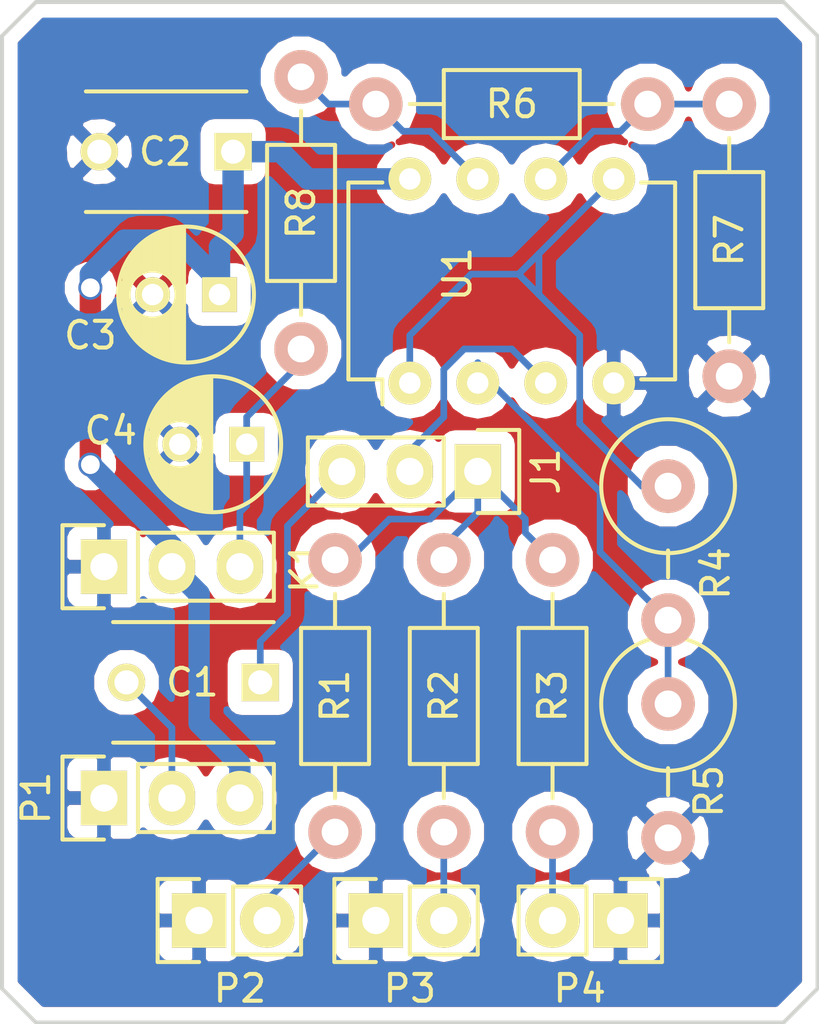
<source format=kicad_pcb>
(kicad_pcb (version 4) (host pcbnew 4.0.2+dfsg1-stable)

  (general
    (links 33)
    (no_connects 0)
    (area 162.484999 59.614999 193.115001 97.865001)
    (thickness 1.6)
    (drawings 8)
    (tracks 84)
    (zones 0)
    (modules 19)
    (nets 15)
  )

  (page A4)
  (layers
    (0 F.Cu signal)
    (31 B.Cu signal)
    (32 B.Adhes user)
    (33 F.Adhes user)
    (34 B.Paste user)
    (35 F.Paste user)
    (36 B.SilkS user)
    (37 F.SilkS user)
    (38 B.Mask user)
    (39 F.Mask user)
    (40 Dwgs.User user)
    (41 Cmts.User user)
    (42 Eco1.User user)
    (43 Eco2.User user)
    (44 Edge.Cuts user)
    (45 Margin user)
    (46 B.CrtYd user)
    (47 F.CrtYd user)
    (48 B.Fab user)
    (49 F.Fab user)
  )

  (setup
    (last_trace_width 0.25)
    (trace_clearance 0.2)
    (zone_clearance 0.508)
    (zone_45_only no)
    (trace_min 0.2)
    (segment_width 0.2)
    (edge_width 0.15)
    (via_size 0.6)
    (via_drill 0.4)
    (via_min_size 0.4)
    (via_min_drill 0.3)
    (uvia_size 0.3)
    (uvia_drill 0.1)
    (uvias_allowed no)
    (uvia_min_size 0.2)
    (uvia_min_drill 0.1)
    (pcb_text_width 0.3)
    (pcb_text_size 1.5 1.5)
    (mod_edge_width 0.15)
    (mod_text_size 1 1)
    (mod_text_width 0.15)
    (pad_size 1.524 1.524)
    (pad_drill 0.762)
    (pad_to_mask_clearance 0.2)
    (aux_axis_origin 0 0)
    (visible_elements FFFFFF7F)
    (pcbplotparams
      (layerselection 0x00030_80000001)
      (usegerberextensions false)
      (excludeedgelayer true)
      (linewidth 0.100000)
      (plotframeref false)
      (viasonmask false)
      (mode 1)
      (useauxorigin false)
      (hpglpennumber 1)
      (hpglpenspeed 20)
      (hpglpendiameter 15)
      (hpglpenoverlay 2)
      (psnegative false)
      (psa4output false)
      (plotreference true)
      (plotvalue true)
      (plotinvisibletext false)
      (padsonsilk false)
      (subtractmaskfromsilk false)
      (outputformat 1)
      (mirror false)
      (drillshape 1)
      (scaleselection 1)
      (outputdirectory ""))
  )

  (net 0 "")
  (net 1 "Net-(C1-Pad1)")
  (net 2 "Net-(C1-Pad2)")
  (net 3 GND)
  (net 4 +3V3)
  (net 5 "Net-(P2-Pad2)")
  (net 6 "Net-(P3-Pad2)")
  (net 7 "Net-(P4-Pad2)")
  (net 8 "Net-(J1-Pad1)")
  (net 9 "Net-(J1-Pad2)")
  (net 10 "Net-(C4-Pad1)")
  (net 11 "Net-(R4-Pad1)")
  (net 12 "Net-(R4-Pad2)")
  (net 13 "Net-(R6-Pad1)")
  (net 14 "Net-(R6-Pad2)")

  (net_class Default "This is the default net class."
    (clearance 0.2)
    (trace_width 0.25)
    (via_dia 0.6)
    (via_drill 0.4)
    (uvia_dia 0.3)
    (uvia_drill 0.1)
    (add_net "Net-(C1-Pad1)")
    (add_net "Net-(C1-Pad2)")
    (add_net "Net-(C4-Pad1)")
    (add_net "Net-(J1-Pad1)")
    (add_net "Net-(J1-Pad2)")
    (add_net "Net-(P2-Pad2)")
    (add_net "Net-(P3-Pad2)")
    (add_net "Net-(P4-Pad2)")
    (add_net "Net-(R4-Pad1)")
    (add_net "Net-(R4-Pad2)")
    (add_net "Net-(R6-Pad1)")
    (add_net "Net-(R6-Pad2)")
  )

  (net_class Power ""
    (clearance 0.2)
    (trace_width 0.8)
    (via_dia 0.9)
    (via_drill 0.7)
    (uvia_dia 0.3)
    (uvia_drill 0.1)
    (add_net +3V3)
    (add_net GND)
  )

  (module Housings_DIP:DIP-8_W7.62mm (layer F.Cu) (tedit 577BBAFA) (tstamp 577BB36B)
    (at 177.8 73.914 90)
    (descr "8-lead dip package, row spacing 7.62 mm (300 mils)")
    (tags "dil dip 2.54 300")
    (path /577BB074)
    (fp_text reference U1 (at 4.064 1.778 90) (layer F.SilkS)
      (effects (font (size 1 1) (thickness 0.15)))
    )
    (fp_text value MCP6002 (at 3.81 1.778 90) (layer F.Fab)
      (effects (font (size 1 1) (thickness 0.15)))
    )
    (fp_line (start -1.05 -2.45) (end -1.05 10.1) (layer F.CrtYd) (width 0.05))
    (fp_line (start 8.65 -2.45) (end 8.65 10.1) (layer F.CrtYd) (width 0.05))
    (fp_line (start -1.05 -2.45) (end 8.65 -2.45) (layer F.CrtYd) (width 0.05))
    (fp_line (start -1.05 10.1) (end 8.65 10.1) (layer F.CrtYd) (width 0.05))
    (fp_line (start 0.135 -2.295) (end 0.135 -1.025) (layer F.SilkS) (width 0.15))
    (fp_line (start 7.485 -2.295) (end 7.485 -1.025) (layer F.SilkS) (width 0.15))
    (fp_line (start 7.485 9.915) (end 7.485 8.645) (layer F.SilkS) (width 0.15))
    (fp_line (start 0.135 9.915) (end 0.135 8.645) (layer F.SilkS) (width 0.15))
    (fp_line (start 0.135 -2.295) (end 7.485 -2.295) (layer F.SilkS) (width 0.15))
    (fp_line (start 0.135 9.915) (end 7.485 9.915) (layer F.SilkS) (width 0.15))
    (fp_line (start 0.135 -1.025) (end -0.8 -1.025) (layer F.SilkS) (width 0.15))
    (pad 1 thru_hole oval (at 0 0 90) (size 1.6 1.6) (drill 0.8) (layers *.Cu *.Mask F.SilkS)
      (net 11 "Net-(R4-Pad1)"))
    (pad 2 thru_hole oval (at 0 2.54 90) (size 1.6 1.6) (drill 0.8) (layers *.Cu *.Mask F.SilkS)
      (net 12 "Net-(R4-Pad2)"))
    (pad 3 thru_hole oval (at 0 5.08 90) (size 1.6 1.6) (drill 0.8) (layers *.Cu *.Mask F.SilkS)
      (net 9 "Net-(J1-Pad2)"))
    (pad 4 thru_hole oval (at 0 7.62 90) (size 1.6 1.6) (drill 0.8) (layers *.Cu *.Mask F.SilkS)
      (net 3 GND))
    (pad 5 thru_hole oval (at 7.62 7.62 90) (size 1.6 1.6) (drill 0.8) (layers *.Cu *.Mask F.SilkS)
      (net 11 "Net-(R4-Pad1)"))
    (pad 6 thru_hole oval (at 7.62 5.08 90) (size 1.6 1.6) (drill 0.8) (layers *.Cu *.Mask F.SilkS)
      (net 14 "Net-(R6-Pad2)"))
    (pad 7 thru_hole oval (at 7.62 2.54 90) (size 1.6 1.6) (drill 0.8) (layers *.Cu *.Mask F.SilkS)
      (net 13 "Net-(R6-Pad1)"))
    (pad 8 thru_hole oval (at 7.62 0 90) (size 1.6 1.6) (drill 0.8) (layers *.Cu *.Mask F.SilkS)
      (net 4 +3V3))
    (model Housings_DIP.3dshapes/DIP-8_W7.62mm.wrl
      (at (xyz 0 0 0))
      (scale (xyz 1 1 1))
      (rotate (xyz 0 0 0))
    )
  )

  (module Pin_Headers:Pin_Header_Straight_1x03 (layer F.Cu) (tedit 577BBBDF) (tstamp 577BBCD8)
    (at 180.34 77.216 270)
    (descr "Through hole pin header")
    (tags "pin header")
    (path /577BB129)
    (fp_text reference J1 (at 0 -2.54 270) (layer F.SilkS)
      (effects (font (size 1 1) (thickness 0.15)))
    )
    (fp_text value INSELECT (at 0 -4.064 270) (layer F.Fab)
      (effects (font (size 1 1) (thickness 0.15)))
    )
    (fp_line (start -1.75 -1.75) (end -1.75 6.85) (layer F.CrtYd) (width 0.05))
    (fp_line (start 1.75 -1.75) (end 1.75 6.85) (layer F.CrtYd) (width 0.05))
    (fp_line (start -1.75 -1.75) (end 1.75 -1.75) (layer F.CrtYd) (width 0.05))
    (fp_line (start -1.75 6.85) (end 1.75 6.85) (layer F.CrtYd) (width 0.05))
    (fp_line (start -1.27 1.27) (end -1.27 6.35) (layer F.SilkS) (width 0.15))
    (fp_line (start -1.27 6.35) (end 1.27 6.35) (layer F.SilkS) (width 0.15))
    (fp_line (start 1.27 6.35) (end 1.27 1.27) (layer F.SilkS) (width 0.15))
    (fp_line (start 1.55 -1.55) (end 1.55 0) (layer F.SilkS) (width 0.15))
    (fp_line (start 1.27 1.27) (end -1.27 1.27) (layer F.SilkS) (width 0.15))
    (fp_line (start -1.55 0) (end -1.55 -1.55) (layer F.SilkS) (width 0.15))
    (fp_line (start -1.55 -1.55) (end 1.55 -1.55) (layer F.SilkS) (width 0.15))
    (pad 1 thru_hole rect (at 0 0 270) (size 2.032 1.7272) (drill 1.016) (layers *.Cu *.Mask F.SilkS)
      (net 8 "Net-(J1-Pad1)"))
    (pad 2 thru_hole oval (at 0 2.54 270) (size 2.032 1.7272) (drill 1.016) (layers *.Cu *.Mask F.SilkS)
      (net 9 "Net-(J1-Pad2)"))
    (pad 3 thru_hole oval (at 0 5.08 270) (size 2.032 1.7272) (drill 1.016) (layers *.Cu *.Mask F.SilkS)
      (net 1 "Net-(C1-Pad1)"))
    (model Pin_Headers.3dshapes/Pin_Header_Straight_1x03.wrl
      (at (xyz 0 -0.1 0))
      (scale (xyz 1 1 1))
      (rotate (xyz 0 0 90))
    )
  )

  (module Capacitors_ThroughHole:C_Disc_D6_P5 (layer F.Cu) (tedit 577BBB4A) (tstamp 577BB30F)
    (at 172.212 85.09 180)
    (descr "Capacitor 6mm Disc, Pitch 5mm")
    (tags Capacitor)
    (path /577BB964)
    (fp_text reference C1 (at 2.54 0 180) (layer F.SilkS)
      (effects (font (size 1 1) (thickness 0.15)))
    )
    (fp_text value C (at 2.54 1.524 180) (layer F.Fab)
      (effects (font (size 1 1) (thickness 0.15)))
    )
    (fp_line (start -0.95 -2.5) (end 5.95 -2.5) (layer F.CrtYd) (width 0.05))
    (fp_line (start 5.95 -2.5) (end 5.95 2.5) (layer F.CrtYd) (width 0.05))
    (fp_line (start 5.95 2.5) (end -0.95 2.5) (layer F.CrtYd) (width 0.05))
    (fp_line (start -0.95 2.5) (end -0.95 -2.5) (layer F.CrtYd) (width 0.05))
    (fp_line (start -0.5 -2.25) (end 5.5 -2.25) (layer F.SilkS) (width 0.15))
    (fp_line (start 5.5 2.25) (end -0.5 2.25) (layer F.SilkS) (width 0.15))
    (pad 1 thru_hole rect (at 0 0 180) (size 1.4 1.4) (drill 0.9) (layers *.Cu *.Mask F.SilkS)
      (net 1 "Net-(C1-Pad1)"))
    (pad 2 thru_hole circle (at 5 0 180) (size 1.4 1.4) (drill 0.9) (layers *.Cu *.Mask F.SilkS)
      (net 2 "Net-(C1-Pad2)"))
    (model Capacitors_ThroughHole.3dshapes/C_Disc_D6_P5.wrl
      (at (xyz 0.0984252 0 0))
      (scale (xyz 1 1 1))
      (rotate (xyz 0 0 0))
    )
  )

  (module Pin_Headers:Pin_Header_Straight_1x03 (layer F.Cu) (tedit 577BBB71) (tstamp 577BB31C)
    (at 166.37 80.772 90)
    (descr "Through hole pin header")
    (tags "pin header")
    (path /577BBF62)
    (fp_text reference K1 (at 0 7.493 90) (layer F.SilkS)
      (effects (font (size 1 1) (thickness 0.15)))
    )
    (fp_text value XLR3 (at 0.254 9.017 90) (layer F.Fab)
      (effects (font (size 1 1) (thickness 0.15)))
    )
    (fp_line (start -1.75 -1.75) (end -1.75 6.85) (layer F.CrtYd) (width 0.05))
    (fp_line (start 1.75 -1.75) (end 1.75 6.85) (layer F.CrtYd) (width 0.05))
    (fp_line (start -1.75 -1.75) (end 1.75 -1.75) (layer F.CrtYd) (width 0.05))
    (fp_line (start -1.75 6.85) (end 1.75 6.85) (layer F.CrtYd) (width 0.05))
    (fp_line (start -1.27 1.27) (end -1.27 6.35) (layer F.SilkS) (width 0.15))
    (fp_line (start -1.27 6.35) (end 1.27 6.35) (layer F.SilkS) (width 0.15))
    (fp_line (start 1.27 6.35) (end 1.27 1.27) (layer F.SilkS) (width 0.15))
    (fp_line (start 1.55 -1.55) (end 1.55 0) (layer F.SilkS) (width 0.15))
    (fp_line (start 1.27 1.27) (end -1.27 1.27) (layer F.SilkS) (width 0.15))
    (fp_line (start -1.55 0) (end -1.55 -1.55) (layer F.SilkS) (width 0.15))
    (fp_line (start -1.55 -1.55) (end 1.55 -1.55) (layer F.SilkS) (width 0.15))
    (pad 1 thru_hole rect (at 0 0 90) (size 2.032 1.7272) (drill 1.016) (layers *.Cu *.Mask F.SilkS)
      (net 3 GND))
    (pad 2 thru_hole oval (at 0 2.54 90) (size 2.032 1.7272) (drill 1.016) (layers *.Cu *.Mask F.SilkS)
      (net 4 +3V3))
    (pad 3 thru_hole oval (at 0 5.08 90) (size 2.032 1.7272) (drill 1.016) (layers *.Cu *.Mask F.SilkS)
      (net 10 "Net-(C4-Pad1)"))
    (model Pin_Headers.3dshapes/Pin_Header_Straight_1x03.wrl
      (at (xyz 0 -0.1 0))
      (scale (xyz 1 1 1))
      (rotate (xyz 0 0 90))
    )
  )

  (module Pin_Headers:Pin_Header_Straight_1x02 (layer F.Cu) (tedit 54EA090C) (tstamp 577BB328)
    (at 169.926 93.98 90)
    (descr "Through hole pin header")
    (tags "pin header")
    (path /577BB224)
    (fp_text reference P2 (at -2.54 1.524 180) (layer F.SilkS)
      (effects (font (size 1 1) (thickness 0.15)))
    )
    (fp_text value PIEZO (at -2.54 1.524 180) (layer F.Fab)
      (effects (font (size 1 1) (thickness 0.15)))
    )
    (fp_line (start 1.27 1.27) (end 1.27 3.81) (layer F.SilkS) (width 0.15))
    (fp_line (start 1.55 -1.55) (end 1.55 0) (layer F.SilkS) (width 0.15))
    (fp_line (start -1.75 -1.75) (end -1.75 4.3) (layer F.CrtYd) (width 0.05))
    (fp_line (start 1.75 -1.75) (end 1.75 4.3) (layer F.CrtYd) (width 0.05))
    (fp_line (start -1.75 -1.75) (end 1.75 -1.75) (layer F.CrtYd) (width 0.05))
    (fp_line (start -1.75 4.3) (end 1.75 4.3) (layer F.CrtYd) (width 0.05))
    (fp_line (start 1.27 1.27) (end -1.27 1.27) (layer F.SilkS) (width 0.15))
    (fp_line (start -1.55 0) (end -1.55 -1.55) (layer F.SilkS) (width 0.15))
    (fp_line (start -1.55 -1.55) (end 1.55 -1.55) (layer F.SilkS) (width 0.15))
    (fp_line (start -1.27 1.27) (end -1.27 3.81) (layer F.SilkS) (width 0.15))
    (fp_line (start -1.27 3.81) (end 1.27 3.81) (layer F.SilkS) (width 0.15))
    (pad 1 thru_hole rect (at 0 0 90) (size 2.032 2.032) (drill 1.016) (layers *.Cu *.Mask F.SilkS)
      (net 3 GND))
    (pad 2 thru_hole oval (at 0 2.54 90) (size 2.032 2.032) (drill 1.016) (layers *.Cu *.Mask F.SilkS)
      (net 5 "Net-(P2-Pad2)"))
    (model Pin_Headers.3dshapes/Pin_Header_Straight_1x02.wrl
      (at (xyz 0 -0.05 0))
      (scale (xyz 1 1 1))
      (rotate (xyz 0 0 90))
    )
  )

  (module Pin_Headers:Pin_Header_Straight_1x02 (layer F.Cu) (tedit 54EA090C) (tstamp 577BB32E)
    (at 176.53 93.98 90)
    (descr "Through hole pin header")
    (tags "pin header")
    (path /577BB8A4)
    (fp_text reference P3 (at -2.54 1.27 360) (layer F.SilkS)
      (effects (font (size 1 1) (thickness 0.15)))
    )
    (fp_text value PIEZO (at -2.54 1.27 360) (layer F.Fab)
      (effects (font (size 1 1) (thickness 0.15)))
    )
    (fp_line (start 1.27 1.27) (end 1.27 3.81) (layer F.SilkS) (width 0.15))
    (fp_line (start 1.55 -1.55) (end 1.55 0) (layer F.SilkS) (width 0.15))
    (fp_line (start -1.75 -1.75) (end -1.75 4.3) (layer F.CrtYd) (width 0.05))
    (fp_line (start 1.75 -1.75) (end 1.75 4.3) (layer F.CrtYd) (width 0.05))
    (fp_line (start -1.75 -1.75) (end 1.75 -1.75) (layer F.CrtYd) (width 0.05))
    (fp_line (start -1.75 4.3) (end 1.75 4.3) (layer F.CrtYd) (width 0.05))
    (fp_line (start 1.27 1.27) (end -1.27 1.27) (layer F.SilkS) (width 0.15))
    (fp_line (start -1.55 0) (end -1.55 -1.55) (layer F.SilkS) (width 0.15))
    (fp_line (start -1.55 -1.55) (end 1.55 -1.55) (layer F.SilkS) (width 0.15))
    (fp_line (start -1.27 1.27) (end -1.27 3.81) (layer F.SilkS) (width 0.15))
    (fp_line (start -1.27 3.81) (end 1.27 3.81) (layer F.SilkS) (width 0.15))
    (pad 1 thru_hole rect (at 0 0 90) (size 2.032 2.032) (drill 1.016) (layers *.Cu *.Mask F.SilkS)
      (net 3 GND))
    (pad 2 thru_hole oval (at 0 2.54 90) (size 2.032 2.032) (drill 1.016) (layers *.Cu *.Mask F.SilkS)
      (net 6 "Net-(P3-Pad2)"))
    (model Pin_Headers.3dshapes/Pin_Header_Straight_1x02.wrl
      (at (xyz 0 -0.05 0))
      (scale (xyz 1 1 1))
      (rotate (xyz 0 0 90))
    )
  )

  (module Pin_Headers:Pin_Header_Straight_1x02 (layer F.Cu) (tedit 54EA090C) (tstamp 577BB334)
    (at 185.674 93.98 270)
    (descr "Through hole pin header")
    (tags "pin header")
    (path /577BB8F5)
    (fp_text reference P4 (at 2.54 1.524 360) (layer F.SilkS)
      (effects (font (size 1 1) (thickness 0.15)))
    )
    (fp_text value PIEZO (at 2.54 1.524 360) (layer F.Fab)
      (effects (font (size 1 1) (thickness 0.15)))
    )
    (fp_line (start 1.27 1.27) (end 1.27 3.81) (layer F.SilkS) (width 0.15))
    (fp_line (start 1.55 -1.55) (end 1.55 0) (layer F.SilkS) (width 0.15))
    (fp_line (start -1.75 -1.75) (end -1.75 4.3) (layer F.CrtYd) (width 0.05))
    (fp_line (start 1.75 -1.75) (end 1.75 4.3) (layer F.CrtYd) (width 0.05))
    (fp_line (start -1.75 -1.75) (end 1.75 -1.75) (layer F.CrtYd) (width 0.05))
    (fp_line (start -1.75 4.3) (end 1.75 4.3) (layer F.CrtYd) (width 0.05))
    (fp_line (start 1.27 1.27) (end -1.27 1.27) (layer F.SilkS) (width 0.15))
    (fp_line (start -1.55 0) (end -1.55 -1.55) (layer F.SilkS) (width 0.15))
    (fp_line (start -1.55 -1.55) (end 1.55 -1.55) (layer F.SilkS) (width 0.15))
    (fp_line (start -1.27 1.27) (end -1.27 3.81) (layer F.SilkS) (width 0.15))
    (fp_line (start -1.27 3.81) (end 1.27 3.81) (layer F.SilkS) (width 0.15))
    (pad 1 thru_hole rect (at 0 0 270) (size 2.032 2.032) (drill 1.016) (layers *.Cu *.Mask F.SilkS)
      (net 3 GND))
    (pad 2 thru_hole oval (at 0 2.54 270) (size 2.032 2.032) (drill 1.016) (layers *.Cu *.Mask F.SilkS)
      (net 7 "Net-(P4-Pad2)"))
    (model Pin_Headers.3dshapes/Pin_Header_Straight_1x02.wrl
      (at (xyz 0 -0.05 0))
      (scale (xyz 1 1 1))
      (rotate (xyz 0 0 90))
    )
  )

  (module Resistors_ThroughHole:Resistor_Horizontal_RM10mm (layer F.Cu) (tedit 577BBB51) (tstamp 577BB33A)
    (at 175.006 90.678 90)
    (descr "Resistor, Axial,  RM 10mm, 1/3W")
    (tags "Resistor Axial RM 10mm 1/3W")
    (path /577BB397)
    (fp_text reference R1 (at 5.08 0 90) (layer F.SilkS)
      (effects (font (size 1 1) (thickness 0.15)))
    )
    (fp_text value 10k (at 5.08 1.27 90) (layer F.Fab)
      (effects (font (size 1 1) (thickness 0.15)))
    )
    (fp_line (start -1.25 -1.5) (end 11.4 -1.5) (layer F.CrtYd) (width 0.05))
    (fp_line (start -1.25 1.5) (end -1.25 -1.5) (layer F.CrtYd) (width 0.05))
    (fp_line (start 11.4 -1.5) (end 11.4 1.5) (layer F.CrtYd) (width 0.05))
    (fp_line (start -1.25 1.5) (end 11.4 1.5) (layer F.CrtYd) (width 0.05))
    (fp_line (start 2.54 -1.27) (end 7.62 -1.27) (layer F.SilkS) (width 0.15))
    (fp_line (start 7.62 -1.27) (end 7.62 1.27) (layer F.SilkS) (width 0.15))
    (fp_line (start 7.62 1.27) (end 2.54 1.27) (layer F.SilkS) (width 0.15))
    (fp_line (start 2.54 1.27) (end 2.54 -1.27) (layer F.SilkS) (width 0.15))
    (fp_line (start 2.54 0) (end 1.27 0) (layer F.SilkS) (width 0.15))
    (fp_line (start 7.62 0) (end 8.89 0) (layer F.SilkS) (width 0.15))
    (pad 1 thru_hole circle (at 0 0 90) (size 1.99898 1.99898) (drill 1.00076) (layers *.Cu *.SilkS *.Mask)
      (net 5 "Net-(P2-Pad2)"))
    (pad 2 thru_hole circle (at 10.16 0 90) (size 1.99898 1.99898) (drill 1.00076) (layers *.Cu *.SilkS *.Mask)
      (net 8 "Net-(J1-Pad1)"))
    (model Resistors_ThroughHole.3dshapes/Resistor_Horizontal_RM10mm.wrl
      (at (xyz 0 0 0))
      (scale (xyz 0.4 0.4 0.4))
      (rotate (xyz 0 0 0))
    )
  )

  (module Resistors_ThroughHole:Resistor_Horizontal_RM10mm (layer F.Cu) (tedit 577BBB56) (tstamp 577BB340)
    (at 179.07 90.678 90)
    (descr "Resistor, Axial,  RM 10mm, 1/3W")
    (tags "Resistor Axial RM 10mm 1/3W")
    (path /577BB8B0)
    (fp_text reference R2 (at 5.08 0 90) (layer F.SilkS)
      (effects (font (size 1 1) (thickness 0.15)))
    )
    (fp_text value 10k (at 5.08 1.27 90) (layer F.Fab)
      (effects (font (size 1 1) (thickness 0.15)))
    )
    (fp_line (start -1.25 -1.5) (end 11.4 -1.5) (layer F.CrtYd) (width 0.05))
    (fp_line (start -1.25 1.5) (end -1.25 -1.5) (layer F.CrtYd) (width 0.05))
    (fp_line (start 11.4 -1.5) (end 11.4 1.5) (layer F.CrtYd) (width 0.05))
    (fp_line (start -1.25 1.5) (end 11.4 1.5) (layer F.CrtYd) (width 0.05))
    (fp_line (start 2.54 -1.27) (end 7.62 -1.27) (layer F.SilkS) (width 0.15))
    (fp_line (start 7.62 -1.27) (end 7.62 1.27) (layer F.SilkS) (width 0.15))
    (fp_line (start 7.62 1.27) (end 2.54 1.27) (layer F.SilkS) (width 0.15))
    (fp_line (start 2.54 1.27) (end 2.54 -1.27) (layer F.SilkS) (width 0.15))
    (fp_line (start 2.54 0) (end 1.27 0) (layer F.SilkS) (width 0.15))
    (fp_line (start 7.62 0) (end 8.89 0) (layer F.SilkS) (width 0.15))
    (pad 1 thru_hole circle (at 0 0 90) (size 1.99898 1.99898) (drill 1.00076) (layers *.Cu *.SilkS *.Mask)
      (net 6 "Net-(P3-Pad2)"))
    (pad 2 thru_hole circle (at 10.16 0 90) (size 1.99898 1.99898) (drill 1.00076) (layers *.Cu *.SilkS *.Mask)
      (net 8 "Net-(J1-Pad1)"))
    (model Resistors_ThroughHole.3dshapes/Resistor_Horizontal_RM10mm.wrl
      (at (xyz 0 0 0))
      (scale (xyz 0.4 0.4 0.4))
      (rotate (xyz 0 0 0))
    )
  )

  (module Resistors_ThroughHole:Resistor_Horizontal_RM10mm (layer F.Cu) (tedit 577BBB5A) (tstamp 577BB346)
    (at 183.134 90.678 90)
    (descr "Resistor, Axial,  RM 10mm, 1/3W")
    (tags "Resistor Axial RM 10mm 1/3W")
    (path /577BB901)
    (fp_text reference R3 (at 5.08 0 90) (layer F.SilkS)
      (effects (font (size 1 1) (thickness 0.15)))
    )
    (fp_text value 10k (at 5.08 1.27 90) (layer F.Fab)
      (effects (font (size 1 1) (thickness 0.15)))
    )
    (fp_line (start -1.25 -1.5) (end 11.4 -1.5) (layer F.CrtYd) (width 0.05))
    (fp_line (start -1.25 1.5) (end -1.25 -1.5) (layer F.CrtYd) (width 0.05))
    (fp_line (start 11.4 -1.5) (end 11.4 1.5) (layer F.CrtYd) (width 0.05))
    (fp_line (start -1.25 1.5) (end 11.4 1.5) (layer F.CrtYd) (width 0.05))
    (fp_line (start 2.54 -1.27) (end 7.62 -1.27) (layer F.SilkS) (width 0.15))
    (fp_line (start 7.62 -1.27) (end 7.62 1.27) (layer F.SilkS) (width 0.15))
    (fp_line (start 7.62 1.27) (end 2.54 1.27) (layer F.SilkS) (width 0.15))
    (fp_line (start 2.54 1.27) (end 2.54 -1.27) (layer F.SilkS) (width 0.15))
    (fp_line (start 2.54 0) (end 1.27 0) (layer F.SilkS) (width 0.15))
    (fp_line (start 7.62 0) (end 8.89 0) (layer F.SilkS) (width 0.15))
    (pad 1 thru_hole circle (at 0 0 90) (size 1.99898 1.99898) (drill 1.00076) (layers *.Cu *.SilkS *.Mask)
      (net 7 "Net-(P4-Pad2)"))
    (pad 2 thru_hole circle (at 10.16 0 90) (size 1.99898 1.99898) (drill 1.00076) (layers *.Cu *.SilkS *.Mask)
      (net 8 "Net-(J1-Pad1)"))
    (model Resistors_ThroughHole.3dshapes/Resistor_Horizontal_RM10mm.wrl
      (at (xyz 0 0 0))
      (scale (xyz 0.4 0.4 0.4))
      (rotate (xyz 0 0 0))
    )
  )

  (module Resistors_ThroughHole:Resistor_Horizontal_RM10mm (layer F.Cu) (tedit 577BBB6D) (tstamp 577BB358)
    (at 176.53 63.5)
    (descr "Resistor, Axial,  RM 10mm, 1/3W")
    (tags "Resistor Axial RM 10mm 1/3W")
    (path /577BEDE2)
    (fp_text reference R6 (at 5.08 0) (layer F.SilkS)
      (effects (font (size 1 1) (thickness 0.15)))
    )
    (fp_text value R (at 5.08 1.27) (layer F.Fab)
      (effects (font (size 1 1) (thickness 0.15)))
    )
    (fp_line (start -1.25 -1.5) (end 11.4 -1.5) (layer F.CrtYd) (width 0.05))
    (fp_line (start -1.25 1.5) (end -1.25 -1.5) (layer F.CrtYd) (width 0.05))
    (fp_line (start 11.4 -1.5) (end 11.4 1.5) (layer F.CrtYd) (width 0.05))
    (fp_line (start -1.25 1.5) (end 11.4 1.5) (layer F.CrtYd) (width 0.05))
    (fp_line (start 2.54 -1.27) (end 7.62 -1.27) (layer F.SilkS) (width 0.15))
    (fp_line (start 7.62 -1.27) (end 7.62 1.27) (layer F.SilkS) (width 0.15))
    (fp_line (start 7.62 1.27) (end 2.54 1.27) (layer F.SilkS) (width 0.15))
    (fp_line (start 2.54 1.27) (end 2.54 -1.27) (layer F.SilkS) (width 0.15))
    (fp_line (start 2.54 0) (end 1.27 0) (layer F.SilkS) (width 0.15))
    (fp_line (start 7.62 0) (end 8.89 0) (layer F.SilkS) (width 0.15))
    (pad 1 thru_hole circle (at 0 0) (size 1.99898 1.99898) (drill 1.00076) (layers *.Cu *.SilkS *.Mask)
      (net 13 "Net-(R6-Pad1)"))
    (pad 2 thru_hole circle (at 10.16 0) (size 1.99898 1.99898) (drill 1.00076) (layers *.Cu *.SilkS *.Mask)
      (net 14 "Net-(R6-Pad2)"))
    (model Resistors_ThroughHole.3dshapes/Resistor_Horizontal_RM10mm.wrl
      (at (xyz 0 0 0))
      (scale (xyz 0.4 0.4 0.4))
      (rotate (xyz 0 0 0))
    )
  )

  (module Capacitors_ThroughHole:C_Disc_D6_P5 (layer F.Cu) (tedit 577BBB44) (tstamp 577BB6DC)
    (at 171.196 65.278 180)
    (descr "Capacitor 6mm Disc, Pitch 5mm")
    (tags Capacitor)
    (path /577BC20C)
    (fp_text reference C2 (at 2.54 0 180) (layer F.SilkS)
      (effects (font (size 1 1) (thickness 0.15)))
    )
    (fp_text value C (at 2.54 0 180) (layer F.Fab)
      (effects (font (size 1 1) (thickness 0.15)))
    )
    (fp_line (start -0.95 -2.5) (end 5.95 -2.5) (layer F.CrtYd) (width 0.05))
    (fp_line (start 5.95 -2.5) (end 5.95 2.5) (layer F.CrtYd) (width 0.05))
    (fp_line (start 5.95 2.5) (end -0.95 2.5) (layer F.CrtYd) (width 0.05))
    (fp_line (start -0.95 2.5) (end -0.95 -2.5) (layer F.CrtYd) (width 0.05))
    (fp_line (start -0.5 -2.25) (end 5.5 -2.25) (layer F.SilkS) (width 0.15))
    (fp_line (start 5.5 2.25) (end -0.5 2.25) (layer F.SilkS) (width 0.15))
    (pad 1 thru_hole rect (at 0 0 180) (size 1.4 1.4) (drill 0.9) (layers *.Cu *.Mask F.SilkS)
      (net 4 +3V3))
    (pad 2 thru_hole circle (at 5 0 180) (size 1.4 1.4) (drill 0.9) (layers *.Cu *.Mask F.SilkS)
      (net 3 GND))
    (model Capacitors_ThroughHole.3dshapes/C_Disc_D6_P5.wrl
      (at (xyz 0.0984252 0 0))
      (scale (xyz 1 1 1))
      (rotate (xyz 0 0 0))
    )
  )

  (module Capacitors_ThroughHole:C_Radial_D5_L11_P2.5 (layer F.Cu) (tedit 577BBB04) (tstamp 577BB6E2)
    (at 170.688 70.612 180)
    (descr "Radial Electrolytic Capacitor Diameter 5mm x Length 11mm, Pitch 2.5mm")
    (tags "Electrolytic Capacitor")
    (path /577BC27F)
    (fp_text reference C3 (at 4.826 -1.524 180) (layer F.SilkS)
      (effects (font (size 1 1) (thickness 0.15)))
    )
    (fp_text value CP (at 1.27 1.524 180) (layer F.Fab)
      (effects (font (size 1 1) (thickness 0.15)))
    )
    (fp_line (start 1.325 -2.499) (end 1.325 2.499) (layer F.SilkS) (width 0.15))
    (fp_line (start 1.465 -2.491) (end 1.465 2.491) (layer F.SilkS) (width 0.15))
    (fp_line (start 1.605 -2.475) (end 1.605 -0.095) (layer F.SilkS) (width 0.15))
    (fp_line (start 1.605 0.095) (end 1.605 2.475) (layer F.SilkS) (width 0.15))
    (fp_line (start 1.745 -2.451) (end 1.745 -0.49) (layer F.SilkS) (width 0.15))
    (fp_line (start 1.745 0.49) (end 1.745 2.451) (layer F.SilkS) (width 0.15))
    (fp_line (start 1.885 -2.418) (end 1.885 -0.657) (layer F.SilkS) (width 0.15))
    (fp_line (start 1.885 0.657) (end 1.885 2.418) (layer F.SilkS) (width 0.15))
    (fp_line (start 2.025 -2.377) (end 2.025 -0.764) (layer F.SilkS) (width 0.15))
    (fp_line (start 2.025 0.764) (end 2.025 2.377) (layer F.SilkS) (width 0.15))
    (fp_line (start 2.165 -2.327) (end 2.165 -0.835) (layer F.SilkS) (width 0.15))
    (fp_line (start 2.165 0.835) (end 2.165 2.327) (layer F.SilkS) (width 0.15))
    (fp_line (start 2.305 -2.266) (end 2.305 -0.879) (layer F.SilkS) (width 0.15))
    (fp_line (start 2.305 0.879) (end 2.305 2.266) (layer F.SilkS) (width 0.15))
    (fp_line (start 2.445 -2.196) (end 2.445 -0.898) (layer F.SilkS) (width 0.15))
    (fp_line (start 2.445 0.898) (end 2.445 2.196) (layer F.SilkS) (width 0.15))
    (fp_line (start 2.585 -2.114) (end 2.585 -0.896) (layer F.SilkS) (width 0.15))
    (fp_line (start 2.585 0.896) (end 2.585 2.114) (layer F.SilkS) (width 0.15))
    (fp_line (start 2.725 -2.019) (end 2.725 -0.871) (layer F.SilkS) (width 0.15))
    (fp_line (start 2.725 0.871) (end 2.725 2.019) (layer F.SilkS) (width 0.15))
    (fp_line (start 2.865 -1.908) (end 2.865 -0.823) (layer F.SilkS) (width 0.15))
    (fp_line (start 2.865 0.823) (end 2.865 1.908) (layer F.SilkS) (width 0.15))
    (fp_line (start 3.005 -1.78) (end 3.005 -0.745) (layer F.SilkS) (width 0.15))
    (fp_line (start 3.005 0.745) (end 3.005 1.78) (layer F.SilkS) (width 0.15))
    (fp_line (start 3.145 -1.631) (end 3.145 -0.628) (layer F.SilkS) (width 0.15))
    (fp_line (start 3.145 0.628) (end 3.145 1.631) (layer F.SilkS) (width 0.15))
    (fp_line (start 3.285 -1.452) (end 3.285 -0.44) (layer F.SilkS) (width 0.15))
    (fp_line (start 3.285 0.44) (end 3.285 1.452) (layer F.SilkS) (width 0.15))
    (fp_line (start 3.425 -1.233) (end 3.425 1.233) (layer F.SilkS) (width 0.15))
    (fp_line (start 3.565 -0.944) (end 3.565 0.944) (layer F.SilkS) (width 0.15))
    (fp_line (start 3.705 -0.472) (end 3.705 0.472) (layer F.SilkS) (width 0.15))
    (fp_circle (center 2.5 0) (end 2.5 -0.9) (layer F.SilkS) (width 0.15))
    (fp_circle (center 1.25 0) (end 1.25 -2.5375) (layer F.SilkS) (width 0.15))
    (fp_circle (center 1.25 0) (end 1.25 -2.8) (layer F.CrtYd) (width 0.05))
    (pad 1 thru_hole rect (at 0 0 180) (size 1.3 1.3) (drill 0.8) (layers *.Cu *.Mask F.SilkS)
      (net 4 +3V3))
    (pad 2 thru_hole circle (at 2.5 0 180) (size 1.3 1.3) (drill 0.8) (layers *.Cu *.Mask F.SilkS)
      (net 3 GND))
    (model Capacitors_ThroughHole.3dshapes/C_Radial_D5_L11_P2.5.wrl
      (at (xyz 0.049213 0 0))
      (scale (xyz 1 1 1))
      (rotate (xyz 0 0 90))
    )
  )

  (module Capacitors_ThroughHole:C_Radial_D5_L11_P2.5 (layer F.Cu) (tedit 0) (tstamp 577BEE23)
    (at 171.704 76.2 180)
    (descr "Radial Electrolytic Capacitor Diameter 5mm x Length 11mm, Pitch 2.5mm")
    (tags "Electrolytic Capacitor")
    (path /577BF093)
    (fp_text reference C4 (at 5.08 0.508 180) (layer F.SilkS)
      (effects (font (size 1 1) (thickness 0.15)))
    )
    (fp_text value CP (at 1.25 3.8 180) (layer F.Fab)
      (effects (font (size 1 1) (thickness 0.15)))
    )
    (fp_line (start 1.325 -2.499) (end 1.325 2.499) (layer F.SilkS) (width 0.15))
    (fp_line (start 1.465 -2.491) (end 1.465 2.491) (layer F.SilkS) (width 0.15))
    (fp_line (start 1.605 -2.475) (end 1.605 -0.095) (layer F.SilkS) (width 0.15))
    (fp_line (start 1.605 0.095) (end 1.605 2.475) (layer F.SilkS) (width 0.15))
    (fp_line (start 1.745 -2.451) (end 1.745 -0.49) (layer F.SilkS) (width 0.15))
    (fp_line (start 1.745 0.49) (end 1.745 2.451) (layer F.SilkS) (width 0.15))
    (fp_line (start 1.885 -2.418) (end 1.885 -0.657) (layer F.SilkS) (width 0.15))
    (fp_line (start 1.885 0.657) (end 1.885 2.418) (layer F.SilkS) (width 0.15))
    (fp_line (start 2.025 -2.377) (end 2.025 -0.764) (layer F.SilkS) (width 0.15))
    (fp_line (start 2.025 0.764) (end 2.025 2.377) (layer F.SilkS) (width 0.15))
    (fp_line (start 2.165 -2.327) (end 2.165 -0.835) (layer F.SilkS) (width 0.15))
    (fp_line (start 2.165 0.835) (end 2.165 2.327) (layer F.SilkS) (width 0.15))
    (fp_line (start 2.305 -2.266) (end 2.305 -0.879) (layer F.SilkS) (width 0.15))
    (fp_line (start 2.305 0.879) (end 2.305 2.266) (layer F.SilkS) (width 0.15))
    (fp_line (start 2.445 -2.196) (end 2.445 -0.898) (layer F.SilkS) (width 0.15))
    (fp_line (start 2.445 0.898) (end 2.445 2.196) (layer F.SilkS) (width 0.15))
    (fp_line (start 2.585 -2.114) (end 2.585 -0.896) (layer F.SilkS) (width 0.15))
    (fp_line (start 2.585 0.896) (end 2.585 2.114) (layer F.SilkS) (width 0.15))
    (fp_line (start 2.725 -2.019) (end 2.725 -0.871) (layer F.SilkS) (width 0.15))
    (fp_line (start 2.725 0.871) (end 2.725 2.019) (layer F.SilkS) (width 0.15))
    (fp_line (start 2.865 -1.908) (end 2.865 -0.823) (layer F.SilkS) (width 0.15))
    (fp_line (start 2.865 0.823) (end 2.865 1.908) (layer F.SilkS) (width 0.15))
    (fp_line (start 3.005 -1.78) (end 3.005 -0.745) (layer F.SilkS) (width 0.15))
    (fp_line (start 3.005 0.745) (end 3.005 1.78) (layer F.SilkS) (width 0.15))
    (fp_line (start 3.145 -1.631) (end 3.145 -0.628) (layer F.SilkS) (width 0.15))
    (fp_line (start 3.145 0.628) (end 3.145 1.631) (layer F.SilkS) (width 0.15))
    (fp_line (start 3.285 -1.452) (end 3.285 -0.44) (layer F.SilkS) (width 0.15))
    (fp_line (start 3.285 0.44) (end 3.285 1.452) (layer F.SilkS) (width 0.15))
    (fp_line (start 3.425 -1.233) (end 3.425 1.233) (layer F.SilkS) (width 0.15))
    (fp_line (start 3.565 -0.944) (end 3.565 0.944) (layer F.SilkS) (width 0.15))
    (fp_line (start 3.705 -0.472) (end 3.705 0.472) (layer F.SilkS) (width 0.15))
    (fp_circle (center 2.5 0) (end 2.5 -0.9) (layer F.SilkS) (width 0.15))
    (fp_circle (center 1.25 0) (end 1.25 -2.5375) (layer F.SilkS) (width 0.15))
    (fp_circle (center 1.25 0) (end 1.25 -2.8) (layer F.CrtYd) (width 0.05))
    (pad 1 thru_hole rect (at 0 0 180) (size 1.3 1.3) (drill 0.8) (layers *.Cu *.Mask F.SilkS)
      (net 10 "Net-(C4-Pad1)"))
    (pad 2 thru_hole circle (at 2.5 0 180) (size 1.3 1.3) (drill 0.8) (layers *.Cu *.Mask F.SilkS)
      (net 3 GND))
    (model Capacitors_ThroughHole.3dshapes/C_Radial_D5_L11_P2.5.wrl
      (at (xyz 0.049213 0 0))
      (scale (xyz 1 1 1))
      (rotate (xyz 0 0 90))
    )
  )

  (module Resistors_ThroughHole:Resistor_Horizontal_RM10mm (layer F.Cu) (tedit 577BEDFD) (tstamp 577BEE35)
    (at 189.738 63.5 270)
    (descr "Resistor, Axial,  RM 10mm, 1/3W")
    (tags "Resistor Axial RM 10mm 1/3W")
    (path /577BEE4F)
    (fp_text reference R7 (at 5.08 0 270) (layer F.SilkS)
      (effects (font (size 1 1) (thickness 0.15)))
    )
    (fp_text value R (at 5.08 1.27 270) (layer F.Fab)
      (effects (font (size 1 1) (thickness 0.15)))
    )
    (fp_line (start -1.25 -1.5) (end 11.4 -1.5) (layer F.CrtYd) (width 0.05))
    (fp_line (start -1.25 1.5) (end -1.25 -1.5) (layer F.CrtYd) (width 0.05))
    (fp_line (start 11.4 -1.5) (end 11.4 1.5) (layer F.CrtYd) (width 0.05))
    (fp_line (start -1.25 1.5) (end 11.4 1.5) (layer F.CrtYd) (width 0.05))
    (fp_line (start 2.54 -1.27) (end 7.62 -1.27) (layer F.SilkS) (width 0.15))
    (fp_line (start 7.62 -1.27) (end 7.62 1.27) (layer F.SilkS) (width 0.15))
    (fp_line (start 7.62 1.27) (end 2.54 1.27) (layer F.SilkS) (width 0.15))
    (fp_line (start 2.54 1.27) (end 2.54 -1.27) (layer F.SilkS) (width 0.15))
    (fp_line (start 2.54 0) (end 1.27 0) (layer F.SilkS) (width 0.15))
    (fp_line (start 7.62 0) (end 8.89 0) (layer F.SilkS) (width 0.15))
    (pad 1 thru_hole circle (at 0 0 270) (size 1.99898 1.99898) (drill 1.00076) (layers *.Cu *.SilkS *.Mask)
      (net 14 "Net-(R6-Pad2)"))
    (pad 2 thru_hole circle (at 10.16 0 270) (size 1.99898 1.99898) (drill 1.00076) (layers *.Cu *.SilkS *.Mask)
      (net 3 GND))
    (model Resistors_ThroughHole.3dshapes/Resistor_Horizontal_RM10mm.wrl
      (at (xyz 0 0 0))
      (scale (xyz 0.4 0.4 0.4))
      (rotate (xyz 0 0 0))
    )
  )

  (module Resistors_ThroughHole:Resistor_Horizontal_RM10mm (layer F.Cu) (tedit 577BEDF3) (tstamp 577BEE3B)
    (at 173.736 72.644 90)
    (descr "Resistor, Axial,  RM 10mm, 1/3W")
    (tags "Resistor Axial RM 10mm 1/3W")
    (path /577BEF6A)
    (fp_text reference R8 (at 5.08 0 90) (layer F.SilkS)
      (effects (font (size 1 1) (thickness 0.15)))
    )
    (fp_text value R (at 5.08 1.524 90) (layer F.Fab)
      (effects (font (size 1 1) (thickness 0.15)))
    )
    (fp_line (start -1.25 -1.5) (end 11.4 -1.5) (layer F.CrtYd) (width 0.05))
    (fp_line (start -1.25 1.5) (end -1.25 -1.5) (layer F.CrtYd) (width 0.05))
    (fp_line (start 11.4 -1.5) (end 11.4 1.5) (layer F.CrtYd) (width 0.05))
    (fp_line (start -1.25 1.5) (end 11.4 1.5) (layer F.CrtYd) (width 0.05))
    (fp_line (start 2.54 -1.27) (end 7.62 -1.27) (layer F.SilkS) (width 0.15))
    (fp_line (start 7.62 -1.27) (end 7.62 1.27) (layer F.SilkS) (width 0.15))
    (fp_line (start 7.62 1.27) (end 2.54 1.27) (layer F.SilkS) (width 0.15))
    (fp_line (start 2.54 1.27) (end 2.54 -1.27) (layer F.SilkS) (width 0.15))
    (fp_line (start 2.54 0) (end 1.27 0) (layer F.SilkS) (width 0.15))
    (fp_line (start 7.62 0) (end 8.89 0) (layer F.SilkS) (width 0.15))
    (pad 1 thru_hole circle (at 0 0 90) (size 1.99898 1.99898) (drill 1.00076) (layers *.Cu *.SilkS *.Mask)
      (net 10 "Net-(C4-Pad1)"))
    (pad 2 thru_hole circle (at 10.16 0 90) (size 1.99898 1.99898) (drill 1.00076) (layers *.Cu *.SilkS *.Mask)
      (net 13 "Net-(R6-Pad1)"))
    (model Resistors_ThroughHole.3dshapes/Resistor_Horizontal_RM10mm.wrl
      (at (xyz 0 0 0))
      (scale (xyz 0.4 0.4 0.4))
      (rotate (xyz 0 0 0))
    )
  )

  (module Pin_Headers:Pin_Header_Straight_1x03 (layer F.Cu) (tedit 577BF769) (tstamp 577BF45F)
    (at 166.37 89.408 90)
    (descr "Through hole pin header")
    (tags "pin header")
    (path /577BFC64)
    (fp_text reference P1 (at 0 -2.54 90) (layer F.SilkS)
      (effects (font (size 1 1) (thickness 0.15)))
    )
    (fp_text value MIC (at 0 -2.54 90) (layer F.Fab)
      (effects (font (size 1 1) (thickness 0.15)))
    )
    (fp_line (start -1.75 -1.75) (end -1.75 6.85) (layer F.CrtYd) (width 0.05))
    (fp_line (start 1.75 -1.75) (end 1.75 6.85) (layer F.CrtYd) (width 0.05))
    (fp_line (start -1.75 -1.75) (end 1.75 -1.75) (layer F.CrtYd) (width 0.05))
    (fp_line (start -1.75 6.85) (end 1.75 6.85) (layer F.CrtYd) (width 0.05))
    (fp_line (start -1.27 1.27) (end -1.27 6.35) (layer F.SilkS) (width 0.15))
    (fp_line (start -1.27 6.35) (end 1.27 6.35) (layer F.SilkS) (width 0.15))
    (fp_line (start 1.27 6.35) (end 1.27 1.27) (layer F.SilkS) (width 0.15))
    (fp_line (start 1.55 -1.55) (end 1.55 0) (layer F.SilkS) (width 0.15))
    (fp_line (start 1.27 1.27) (end -1.27 1.27) (layer F.SilkS) (width 0.15))
    (fp_line (start -1.55 0) (end -1.55 -1.55) (layer F.SilkS) (width 0.15))
    (fp_line (start -1.55 -1.55) (end 1.55 -1.55) (layer F.SilkS) (width 0.15))
    (pad 1 thru_hole rect (at 0 0 90) (size 2.032 1.7272) (drill 1.016) (layers *.Cu *.Mask F.SilkS)
      (net 3 GND))
    (pad 2 thru_hole oval (at 0 2.54 90) (size 2.032 1.7272) (drill 1.016) (layers *.Cu *.Mask F.SilkS)
      (net 2 "Net-(C1-Pad2)"))
    (pad 3 thru_hole oval (at 0 5.08 90) (size 2.032 1.7272) (drill 1.016) (layers *.Cu *.Mask F.SilkS)
      (net 4 +3V3))
    (model Pin_Headers.3dshapes/Pin_Header_Straight_1x03.wrl
      (at (xyz 0 -0.1 0))
      (scale (xyz 1 1 1))
      (rotate (xyz 0 0 90))
    )
  )

  (module Resistors_ThroughHole:Resistor_Vertical_RM5mm (layer F.Cu) (tedit 577BF752) (tstamp 577BF6EE)
    (at 187.452 80.264 270)
    (descr "Resistor, Vertical, RM 5mm, 1/3W,")
    (tags "Resistor, Vertical, RM 5mm, 1/3W,")
    (path /577BF527)
    (fp_text reference R4 (at 0.762 -1.778 270) (layer F.SilkS)
      (effects (font (size 1 1) (thickness 0.15)))
    )
    (fp_text value R (at 0 4.50088 270) (layer F.Fab)
      (effects (font (size 1 1) (thickness 0.15)))
    )
    (fp_line (start -0.09906 0) (end 0.9017 0) (layer F.SilkS) (width 0.15))
    (fp_circle (center -2.49936 0) (end 0 0) (layer F.SilkS) (width 0.15))
    (pad 1 thru_hole circle (at -2.49936 0 270) (size 1.99898 1.99898) (drill 1.00076) (layers *.Cu *.SilkS *.Mask)
      (net 11 "Net-(R4-Pad1)"))
    (pad 2 thru_hole circle (at 2.5019 0 270) (size 1.99898 1.99898) (drill 1.00076) (layers *.Cu *.SilkS *.Mask)
      (net 12 "Net-(R4-Pad2)"))
  )

  (module Resistors_ThroughHole:Resistor_Vertical_RM5mm (layer F.Cu) (tedit 577BF755) (tstamp 577BF6F4)
    (at 187.452 88.392 270)
    (descr "Resistor, Vertical, RM 5mm, 1/3W,")
    (tags "Resistor, Vertical, RM 5mm, 1/3W,")
    (path /577BF57E)
    (fp_text reference R5 (at 0.762 -1.524 270) (layer F.SilkS)
      (effects (font (size 1 1) (thickness 0.15)))
    )
    (fp_text value R (at 0 4.50088 270) (layer F.Fab)
      (effects (font (size 1 1) (thickness 0.15)))
    )
    (fp_line (start -0.09906 0) (end 0.9017 0) (layer F.SilkS) (width 0.15))
    (fp_circle (center -2.49936 0) (end 0 0) (layer F.SilkS) (width 0.15))
    (pad 1 thru_hole circle (at -2.49936 0 270) (size 1.99898 1.99898) (drill 1.00076) (layers *.Cu *.SilkS *.Mask)
      (net 12 "Net-(R4-Pad2)"))
    (pad 2 thru_hole circle (at 2.5019 0 270) (size 1.99898 1.99898) (drill 1.00076) (layers *.Cu *.SilkS *.Mask)
      (net 3 GND))
  )

  (gr_line (start 163.83 59.69) (end 191.77 59.69) (angle 90) (layer Edge.Cuts) (width 0.15))
  (gr_line (start 162.56 60.96) (end 163.83 59.69) (angle 90) (layer Edge.Cuts) (width 0.15))
  (gr_line (start 162.56 96.52) (end 162.56 60.96) (angle 90) (layer Edge.Cuts) (width 0.15))
  (gr_line (start 163.83 97.79) (end 162.56 96.52) (angle 90) (layer Edge.Cuts) (width 0.15))
  (gr_line (start 191.77 97.79) (end 163.83 97.79) (angle 90) (layer Edge.Cuts) (width 0.15))
  (gr_line (start 193.04 96.52) (end 191.77 97.79) (angle 90) (layer Edge.Cuts) (width 0.15))
  (gr_line (start 193.04 60.96) (end 193.04 96.52) (angle 90) (layer Edge.Cuts) (width 0.15))
  (gr_line (start 191.77 59.69) (end 193.04 60.96) (angle 90) (layer Edge.Cuts) (width 0.15))

  (segment (start 172.212 85.09) (end 172.212 83.566) (width 0.25) (layer B.Cu) (net 1) (status 10))
  (segment (start 173.228 79.248) (end 175.26 77.216) (width 0.25) (layer B.Cu) (net 1) (tstamp 577BF9C0) (status 20))
  (segment (start 173.228 82.55) (end 173.228 79.248) (width 0.25) (layer B.Cu) (net 1) (tstamp 577BF9BE))
  (segment (start 172.212 83.566) (end 173.228 82.55) (width 0.25) (layer B.Cu) (net 1) (tstamp 577BF9BC))
  (segment (start 175.26 77.47) (end 175.26 77.216) (width 0.25) (layer B.Cu) (net 1) (tstamp 577BF7BA) (status 30))
  (segment (start 175.26 77.724) (end 175.26 77.216) (width 0.25) (layer B.Cu) (net 1) (tstamp 577BF574) (status 30))
  (segment (start 168.91 89.408) (end 168.91 86.788) (width 0.25) (layer B.Cu) (net 2) (status 10))
  (segment (start 168.91 86.788) (end 167.212 85.09) (width 0.25) (layer B.Cu) (net 2) (tstamp 577BF9B8) (status 20))
  (segment (start 170.688 70.612) (end 170.688 70.104) (width 0.8) (layer B.Cu) (net 4))
  (segment (start 170.688 70.104) (end 169.164 68.58) (width 0.8) (layer B.Cu) (net 4) (tstamp 577BFD64))
  (via (at 165.862 76.962) (size 0.9) (drill 0.7) (layers F.Cu B.Cu) (net 4))
  (segment (start 165.862 76.962) (end 165.862 70.358) (width 0.8) (layer F.Cu) (net 4) (tstamp 577BFBAB))
  (via (at 165.862 70.358) (size 0.9) (drill 0.7) (layers F.Cu B.Cu) (net 4))
  (segment (start 168.91 80.01) (end 165.862 76.962) (width 0.8) (layer B.Cu) (net 4) (tstamp 577BFBA8) (status 10))
  (segment (start 165.862 69.85) (end 165.862 70.358) (width 0.8) (layer B.Cu) (net 4) (tstamp 577BFD67))
  (segment (start 167.132 68.58) (end 165.862 69.85) (width 0.8) (layer B.Cu) (net 4) (tstamp 577BFD66))
  (segment (start 169.164 68.58) (end 167.132 68.58) (width 0.8) (layer B.Cu) (net 4) (tstamp 577BFD65))
  (segment (start 171.45 89.408) (end 171.45 88.138) (width 0.8) (layer B.Cu) (net 4) (status 10))
  (segment (start 169.926 81.788) (end 168.91 80.772) (width 0.8) (layer B.Cu) (net 4) (tstamp 577BFBBD) (status 20))
  (segment (start 169.926 86.614) (end 169.926 81.788) (width 0.8) (layer B.Cu) (net 4) (tstamp 577BFBBC))
  (segment (start 171.45 88.138) (end 169.926 86.614) (width 0.8) (layer B.Cu) (net 4) (tstamp 577BFBBB))
  (segment (start 171.196 65.278) (end 172.974 65.278) (width 0.8) (layer B.Cu) (net 4) (status 10))
  (segment (start 172.974 65.278) (end 173.99 66.294) (width 0.8) (layer B.Cu) (net 4) (tstamp 577BFBB7))
  (segment (start 173.99 66.294) (end 177.8 66.294) (width 0.8) (layer B.Cu) (net 4) (tstamp 577BFBB8) (status 20))
  (segment (start 170.688 70.612) (end 170.688 68.834) (width 0.8) (layer B.Cu) (net 4) (status 10))
  (segment (start 171.196 68.326) (end 171.196 65.278) (width 0.8) (layer B.Cu) (net 4) (tstamp 577BFBB4) (status 20))
  (segment (start 170.688 68.834) (end 171.196 68.326) (width 0.8) (layer B.Cu) (net 4) (tstamp 577BFBB3))
  (segment (start 168.91 80.772) (end 168.91 80.01) (width 0.8) (layer B.Cu) (net 4) (status 30))
  (segment (start 172.466 93.98) (end 172.466 93.218) (width 0.25) (layer B.Cu) (net 5) (status 30))
  (segment (start 172.466 93.218) (end 175.006 90.678) (width 0.25) (layer B.Cu) (net 5) (tstamp 577BF9B5) (status 30))
  (segment (start 179.07 93.98) (end 179.07 90.678) (width 0.25) (layer B.Cu) (net 6) (status 30))
  (segment (start 183.134 93.98) (end 183.134 90.678) (width 0.25) (layer B.Cu) (net 7) (status 30))
  (segment (start 175.006 80.518) (end 175.514 80.518) (width 0.25) (layer B.Cu) (net 8) (status 30))
  (segment (start 175.514 80.518) (end 177.038 78.994) (width 0.25) (layer B.Cu) (net 8) (tstamp 577BBD4A) (status 10))
  (segment (start 177.038 78.994) (end 178.562 78.994) (width 0.25) (layer B.Cu) (net 8) (tstamp 577BBD4B))
  (segment (start 178.562 78.994) (end 180.34 77.216) (width 0.25) (layer B.Cu) (net 8) (tstamp 577BBD4D) (status 20))
  (segment (start 180.34 77.216) (end 182.118 78.994) (width 0.25) (layer B.Cu) (net 8) (status 10))
  (segment (start 182.118 79.502) (end 183.134 80.518) (width 0.25) (layer B.Cu) (net 8) (tstamp 577BBD44) (status 20))
  (segment (start 182.118 78.994) (end 182.118 79.502) (width 0.25) (layer B.Cu) (net 8) (tstamp 577BBD43))
  (segment (start 179.07 80.518) (end 179.07 80.01) (width 0.25) (layer B.Cu) (net 8) (status 30))
  (segment (start 179.07 80.01) (end 180.34 78.74) (width 0.25) (layer B.Cu) (net 8) (tstamp 577BB7EF) (status 10))
  (segment (start 180.34 78.74) (end 180.34 77.216) (width 0.25) (layer B.Cu) (net 8) (tstamp 577BB7F0) (status 20))
  (segment (start 177.8 77.216) (end 177.8 76.454) (width 0.25) (layer B.Cu) (net 9) (status 30))
  (segment (start 177.8 76.454) (end 179.07 75.184) (width 0.25) (layer B.Cu) (net 9) (tstamp 577BF737) (status 10))
  (segment (start 181.61 72.644) (end 182.88 73.914) (width 0.25) (layer B.Cu) (net 9) (tstamp 577BF73C) (status 20))
  (segment (start 179.832 72.644) (end 181.61 72.644) (width 0.25) (layer B.Cu) (net 9) (tstamp 577BF73B))
  (segment (start 179.07 73.406) (end 179.832 72.644) (width 0.25) (layer B.Cu) (net 9) (tstamp 577BF73A))
  (segment (start 179.07 75.184) (end 179.07 73.406) (width 0.25) (layer B.Cu) (net 9) (tstamp 577BF738))
  (segment (start 177.8 77.216) (end 177.8 76.962) (width 0.25) (layer B.Cu) (net 9) (status 30))
  (segment (start 177.8 77.216) (end 177.8 76.708) (width 0.25) (layer B.Cu) (net 9) (status 30))
  (segment (start 171.704 76.2) (end 171.704 75.184) (width 0.25) (layer B.Cu) (net 10) (status 10))
  (segment (start 171.704 75.184) (end 173.736 73.152) (width 0.25) (layer B.Cu) (net 10) (tstamp 577BFBA4) (status 20))
  (segment (start 173.736 73.152) (end 173.736 72.644) (width 0.25) (layer B.Cu) (net 10) (tstamp 577BFBA5) (status 30))
  (segment (start 171.45 80.772) (end 171.45 78.74) (width 0.25) (layer B.Cu) (net 10) (status 10))
  (segment (start 171.704 78.486) (end 171.704 76.2) (width 0.25) (layer B.Cu) (net 10) (tstamp 577BFBA1) (status 20))
  (segment (start 171.45 78.74) (end 171.704 78.486) (width 0.25) (layer B.Cu) (net 10) (tstamp 577BFBA0))
  (segment (start 182.626 70.612) (end 182.626 69.088) (width 0.25) (layer B.Cu) (net 11))
  (segment (start 187.452 77.76464) (end 186.47664 77.76464) (width 0.25) (layer B.Cu) (net 11))
  (segment (start 186.47664 77.76464) (end 184.15 75.438) (width 0.25) (layer B.Cu) (net 11) (tstamp 577BFD49))
  (segment (start 184.15 72.136) (end 182.626 70.612) (width 0.25) (layer B.Cu) (net 11) (tstamp 577BFD4C))
  (segment (start 182.626 70.612) (end 181.864 69.85) (width 0.25) (layer B.Cu) (net 11) (tstamp 577BFD50))
  (segment (start 184.15 75.438) (end 184.15 72.136) (width 0.25) (layer B.Cu) (net 11) (tstamp 577BFD4A))
  (segment (start 177.8 73.914) (end 177.8 72.136) (width 0.25) (layer B.Cu) (net 11))
  (segment (start 181.864 69.85) (end 182.626 69.088) (width 0.25) (layer B.Cu) (net 11) (tstamp 577BFD3F))
  (segment (start 182.626 69.088) (end 185.42 66.294) (width 0.25) (layer B.Cu) (net 11) (tstamp 577BFD54))
  (segment (start 180.086 69.85) (end 181.864 69.85) (width 0.25) (layer B.Cu) (net 11) (tstamp 577BFD3D))
  (segment (start 177.8 72.136) (end 180.086 69.85) (width 0.25) (layer B.Cu) (net 11) (tstamp 577BFD3C))
  (segment (start 187.452 85.89264) (end 187.452 82.7659) (width 0.25) (layer B.Cu) (net 12) (status 30))
  (segment (start 180.34 73.914) (end 180.848 73.914) (width 0.25) (layer B.Cu) (net 12) (status 30))
  (segment (start 180.848 73.914) (end 184.912 77.978) (width 0.25) (layer B.Cu) (net 12) (tstamp 577BF740) (status 10))
  (segment (start 184.912 80.2259) (end 187.452 82.7659) (width 0.25) (layer B.Cu) (net 12) (tstamp 577BF743) (status 20))
  (segment (start 184.912 77.978) (end 184.912 80.2259) (width 0.25) (layer B.Cu) (net 12) (tstamp 577BF741))
  (segment (start 180.34 73.152) (end 180.34 73.914) (width 0.25) (layer B.Cu) (net 12) (tstamp 577BF731) (status 30))
  (segment (start 180.34 73.914) (end 180.34 74.422) (width 0.25) (layer B.Cu) (net 12) (status 30))
  (segment (start 180.34 74.168) (end 180.34 73.914) (width 0.25) (layer B.Cu) (net 12) (tstamp 577BB7E8) (status 30))
  (segment (start 173.736 62.484) (end 174.752 63.5) (width 0.25) (layer B.Cu) (net 13) (status 10))
  (segment (start 174.752 63.5) (end 176.53 63.5) (width 0.25) (layer B.Cu) (net 13) (tstamp 577BFD26) (status 20))
  (segment (start 180.34 66.294) (end 178.562 64.516) (width 0.25) (layer B.Cu) (net 13) (status 10))
  (segment (start 177.546 64.516) (end 176.53 63.5) (width 0.25) (layer B.Cu) (net 13) (tstamp 577BF59F) (status 20))
  (segment (start 178.562 64.516) (end 177.546 64.516) (width 0.25) (layer B.Cu) (net 13) (tstamp 577BF59E))
  (segment (start 186.69 63.5) (end 189.738 63.5) (width 0.25) (layer B.Cu) (net 14) (status 30))
  (segment (start 182.88 66.294) (end 184.658 64.516) (width 0.25) (layer B.Cu) (net 14) (status 10))
  (segment (start 185.674 64.516) (end 186.69 63.5) (width 0.25) (layer B.Cu) (net 14) (tstamp 577BF5A5) (status 20))
  (segment (start 184.658 64.516) (end 185.674 64.516) (width 0.25) (layer B.Cu) (net 14) (tstamp 577BF5A4))

  (zone (net 3) (net_name GND) (layer B.Cu) (tstamp 577BFBC0) (hatch edge 0.508)
    (connect_pads (clearance 0.508))
    (min_thickness 0.254)
    (fill yes (arc_segments 16) (thermal_gap 0.508) (thermal_bridge_width 0.508))
    (polygon
      (pts
        (xy 162.56 60.96) (xy 163.83 59.69) (xy 191.77 59.69) (xy 193.04 60.96) (xy 193.04 96.52)
        (xy 191.77 97.79) (xy 163.83 97.79) (xy 162.56 96.52)
      )
    )
    (filled_polygon
      (pts
        (xy 192.33 61.254092) (xy 192.33 96.225908) (xy 191.475908 97.08) (xy 164.124092 97.08) (xy 163.27 96.225908)
        (xy 163.27 94.26575) (xy 168.275 94.26575) (xy 168.275 95.122309) (xy 168.371673 95.355698) (xy 168.550301 95.534327)
        (xy 168.78369 95.631) (xy 169.64025 95.631) (xy 169.799 95.47225) (xy 169.799 94.107) (xy 168.43375 94.107)
        (xy 168.275 94.26575) (xy 163.27 94.26575) (xy 163.27 92.837691) (xy 168.275 92.837691) (xy 168.275 93.69425)
        (xy 168.43375 93.853) (xy 169.799 93.853) (xy 169.799 92.48775) (xy 170.053 92.48775) (xy 170.053 93.853)
        (xy 170.073 93.853) (xy 170.073 94.107) (xy 170.053 94.107) (xy 170.053 95.47225) (xy 170.21175 95.631)
        (xy 171.06831 95.631) (xy 171.301699 95.534327) (xy 171.480327 95.355698) (xy 171.497999 95.313034) (xy 171.83419 95.53767)
        (xy 172.466 95.663345) (xy 173.09781 95.53767) (xy 173.633433 95.179778) (xy 173.991325 94.644155) (xy 174.066594 94.26575)
        (xy 174.879 94.26575) (xy 174.879 95.122309) (xy 174.975673 95.355698) (xy 175.154301 95.534327) (xy 175.38769 95.631)
        (xy 176.24425 95.631) (xy 176.403 95.47225) (xy 176.403 94.107) (xy 175.03775 94.107) (xy 174.879 94.26575)
        (xy 174.066594 94.26575) (xy 174.117 94.012345) (xy 174.117 93.947655) (xy 173.991325 93.315845) (xy 173.77168 92.987122)
        (xy 173.921111 92.837691) (xy 174.879 92.837691) (xy 174.879 93.69425) (xy 175.03775 93.853) (xy 176.403 93.853)
        (xy 176.403 92.48775) (xy 176.657 92.48775) (xy 176.657 93.853) (xy 176.677 93.853) (xy 176.677 94.107)
        (xy 176.657 94.107) (xy 176.657 95.47225) (xy 176.81575 95.631) (xy 177.67231 95.631) (xy 177.905699 95.534327)
        (xy 178.084327 95.355698) (xy 178.101999 95.313034) (xy 178.43819 95.53767) (xy 179.07 95.663345) (xy 179.70181 95.53767)
        (xy 180.237433 95.179778) (xy 180.595325 94.644155) (xy 180.721 94.012345) (xy 180.721 93.947655) (xy 181.483 93.947655)
        (xy 181.483 94.012345) (xy 181.608675 94.644155) (xy 181.966567 95.179778) (xy 182.50219 95.53767) (xy 183.134 95.663345)
        (xy 183.76581 95.53767) (xy 184.102001 95.313034) (xy 184.119673 95.355698) (xy 184.298301 95.534327) (xy 184.53169 95.631)
        (xy 185.38825 95.631) (xy 185.547 95.47225) (xy 185.547 94.107) (xy 185.801 94.107) (xy 185.801 95.47225)
        (xy 185.95975 95.631) (xy 186.81631 95.631) (xy 187.049699 95.534327) (xy 187.228327 95.355698) (xy 187.325 95.122309)
        (xy 187.325 94.26575) (xy 187.16625 94.107) (xy 185.801 94.107) (xy 185.547 94.107) (xy 185.527 94.107)
        (xy 185.527 93.853) (xy 185.547 93.853) (xy 185.547 92.48775) (xy 185.801 92.48775) (xy 185.801 93.853)
        (xy 187.16625 93.853) (xy 187.325 93.69425) (xy 187.325 92.837691) (xy 187.228327 92.604302) (xy 187.14899 92.524965)
        (xy 187.187582 92.539301) (xy 187.837377 92.515241) (xy 188.325958 92.312865) (xy 188.424557 92.046063) (xy 187.452 91.073505)
        (xy 186.479443 92.046063) (xy 186.578042 92.312865) (xy 186.621476 92.329) (xy 185.95975 92.329) (xy 185.801 92.48775)
        (xy 185.547 92.48775) (xy 185.38825 92.329) (xy 184.53169 92.329) (xy 184.298301 92.425673) (xy 184.119673 92.604302)
        (xy 184.102001 92.646966) (xy 183.894 92.507984) (xy 183.894 92.132496) (xy 184.058655 92.064462) (xy 184.518846 91.605073)
        (xy 184.768206 91.004547) (xy 184.768533 90.629482) (xy 185.806599 90.629482) (xy 185.830659 91.279277) (xy 186.033035 91.767858)
        (xy 186.299837 91.866457) (xy 187.272395 90.8939) (xy 187.631605 90.8939) (xy 188.604163 91.866457) (xy 188.870965 91.767858)
        (xy 189.097401 91.158318) (xy 189.073341 90.508523) (xy 188.870965 90.019942) (xy 188.604163 89.921343) (xy 187.631605 90.8939)
        (xy 187.272395 90.8939) (xy 186.299837 89.921343) (xy 186.033035 90.019942) (xy 185.806599 90.629482) (xy 184.768533 90.629482)
        (xy 184.768774 90.354306) (xy 184.520462 89.753345) (xy 184.508875 89.741737) (xy 186.479443 89.741737) (xy 187.452 90.714295)
        (xy 188.424557 89.741737) (xy 188.325958 89.474935) (xy 187.716418 89.248499) (xy 187.066623 89.272559) (xy 186.578042 89.474935)
        (xy 186.479443 89.741737) (xy 184.508875 89.741737) (xy 184.061073 89.293154) (xy 183.460547 89.043794) (xy 182.810306 89.043226)
        (xy 182.209345 89.291538) (xy 181.749154 89.750927) (xy 181.499794 90.351453) (xy 181.499226 91.001694) (xy 181.747538 91.602655)
        (xy 182.206927 92.062846) (xy 182.374 92.132221) (xy 182.374 92.507984) (xy 181.966567 92.780222) (xy 181.608675 93.315845)
        (xy 181.483 93.947655) (xy 180.721 93.947655) (xy 180.595325 93.315845) (xy 180.237433 92.780222) (xy 179.83 92.507984)
        (xy 179.83 92.132496) (xy 179.994655 92.064462) (xy 180.454846 91.605073) (xy 180.704206 91.004547) (xy 180.704774 90.354306)
        (xy 180.456462 89.753345) (xy 179.997073 89.293154) (xy 179.396547 89.043794) (xy 178.746306 89.043226) (xy 178.145345 89.291538)
        (xy 177.685154 89.750927) (xy 177.435794 90.351453) (xy 177.435226 91.001694) (xy 177.683538 91.602655) (xy 178.142927 92.062846)
        (xy 178.31 92.132221) (xy 178.31 92.507984) (xy 178.101999 92.646966) (xy 178.084327 92.604302) (xy 177.905699 92.425673)
        (xy 177.67231 92.329) (xy 176.81575 92.329) (xy 176.657 92.48775) (xy 176.403 92.48775) (xy 176.24425 92.329)
        (xy 175.38769 92.329) (xy 175.154301 92.425673) (xy 174.975673 92.604302) (xy 174.879 92.837691) (xy 173.921111 92.837691)
        (xy 174.514917 92.243885) (xy 174.679453 92.312206) (xy 175.329694 92.312774) (xy 175.930655 92.064462) (xy 176.390846 91.605073)
        (xy 176.640206 91.004547) (xy 176.640774 90.354306) (xy 176.392462 89.753345) (xy 175.933073 89.293154) (xy 175.332547 89.043794)
        (xy 174.682306 89.043226) (xy 174.081345 89.291538) (xy 173.621154 89.750927) (xy 173.371794 90.351453) (xy 173.371226 91.001694)
        (xy 173.440309 91.168889) (xy 172.274439 92.334759) (xy 171.83419 92.42233) (xy 171.497999 92.646966) (xy 171.480327 92.604302)
        (xy 171.301699 92.425673) (xy 171.06831 92.329) (xy 170.21175 92.329) (xy 170.053 92.48775) (xy 169.799 92.48775)
        (xy 169.64025 92.329) (xy 168.78369 92.329) (xy 168.550301 92.425673) (xy 168.371673 92.604302) (xy 168.275 92.837691)
        (xy 163.27 92.837691) (xy 163.27 89.69375) (xy 164.8714 89.69375) (xy 164.8714 90.550309) (xy 164.968073 90.783698)
        (xy 165.146701 90.962327) (xy 165.38009 91.059) (xy 166.08425 91.059) (xy 166.243 90.90025) (xy 166.243 89.535)
        (xy 165.03015 89.535) (xy 164.8714 89.69375) (xy 163.27 89.69375) (xy 163.27 88.265691) (xy 164.8714 88.265691)
        (xy 164.8714 89.12225) (xy 165.03015 89.281) (xy 166.243 89.281) (xy 166.243 87.91575) (xy 166.08425 87.757)
        (xy 165.38009 87.757) (xy 165.146701 87.853673) (xy 164.968073 88.032302) (xy 164.8714 88.265691) (xy 163.27 88.265691)
        (xy 163.27 81.05775) (xy 164.8714 81.05775) (xy 164.8714 81.914309) (xy 164.968073 82.147698) (xy 165.146701 82.326327)
        (xy 165.38009 82.423) (xy 166.08425 82.423) (xy 166.243 82.26425) (xy 166.243 80.899) (xy 165.03015 80.899)
        (xy 164.8714 81.05775) (xy 163.27 81.05775) (xy 163.27 79.629691) (xy 164.8714 79.629691) (xy 164.8714 80.48625)
        (xy 165.03015 80.645) (xy 166.243 80.645) (xy 166.243 79.27975) (xy 166.08425 79.121) (xy 165.38009 79.121)
        (xy 165.146701 79.217673) (xy 164.968073 79.396302) (xy 164.8714 79.629691) (xy 163.27 79.629691) (xy 163.27 75.300984)
        (xy 168.48459 75.300984) (xy 169.204 76.020395) (xy 169.92341 75.300984) (xy 169.867729 75.070389) (xy 169.384922 74.902378)
        (xy 168.874572 74.931917) (xy 168.540271 75.070389) (xy 168.48459 75.300984) (xy 163.27 75.300984) (xy 163.27 71.511016)
        (xy 167.46859 71.511016) (xy 167.524271 71.741611) (xy 168.007078 71.909622) (xy 168.517428 71.880083) (xy 168.851729 71.741611)
        (xy 168.90741 71.511016) (xy 168.188 70.791605) (xy 167.46859 71.511016) (xy 163.27 71.511016) (xy 163.27 70.572873)
        (xy 164.776812 70.572873) (xy 164.941646 70.9718) (xy 165.246595 71.277282) (xy 165.645233 71.442811) (xy 166.076873 71.443188)
        (xy 166.4758 71.278354) (xy 166.781282 70.973405) (xy 166.831681 70.852031) (xy 166.910198 70.773514) (xy 166.919917 70.941428)
        (xy 167.058389 71.275729) (xy 167.288984 71.33141) (xy 168.008395 70.612) (xy 167.994252 70.597858) (xy 168.173858 70.418252)
        (xy 168.188 70.432395) (xy 168.202142 70.418252) (xy 168.381748 70.597858) (xy 168.367605 70.612) (xy 169.087016 71.33141)
        (xy 169.317611 71.275729) (xy 169.39056 71.066098) (xy 169.39056 71.262) (xy 169.434838 71.497317) (xy 169.57391 71.713441)
        (xy 169.78611 71.858431) (xy 170.038 71.90944) (xy 171.338 71.90944) (xy 171.573317 71.865162) (xy 171.789441 71.72609)
        (xy 171.934431 71.51389) (xy 171.98544 71.262) (xy 171.98544 69.962) (xy 171.941162 69.726683) (xy 171.80209 69.510559)
        (xy 171.723 69.456519) (xy 171.723 69.262711) (xy 171.927853 69.057858) (xy 171.927856 69.057856) (xy 172.152215 68.722077)
        (xy 172.231 68.326) (xy 172.231 66.517018) (xy 172.347441 66.44209) (xy 172.435644 66.313) (xy 172.545288 66.313)
        (xy 173.258144 67.025856) (xy 173.593923 67.250215) (xy 173.99 67.329001) (xy 173.990005 67.329) (xy 176.780083 67.329)
        (xy 176.785302 67.336811) (xy 177.250849 67.64788) (xy 177.8 67.757113) (xy 178.349151 67.64788) (xy 178.814698 67.336811)
        (xy 179.07 66.954725) (xy 179.325302 67.336811) (xy 179.790849 67.64788) (xy 180.34 67.757113) (xy 180.889151 67.64788)
        (xy 181.354698 67.336811) (xy 181.61 66.954725) (xy 181.865302 67.336811) (xy 182.330849 67.64788) (xy 182.88 67.757113)
        (xy 182.882603 67.756595) (xy 181.549198 69.09) (xy 180.086 69.09) (xy 179.79516 69.147852) (xy 179.548599 69.312599)
        (xy 177.262599 71.598599) (xy 177.097852 71.845161) (xy 177.04 72.136) (xy 177.04 72.701005) (xy 176.785302 72.871189)
        (xy 176.474233 73.336736) (xy 176.365 73.885887) (xy 176.365 73.942113) (xy 176.474233 74.491264) (xy 176.785302 74.956811)
        (xy 177.250849 75.26788) (xy 177.8 75.377113) (xy 177.802603 75.376595) (xy 177.608439 75.570759) (xy 177.226511 75.646729)
        (xy 176.74033 75.971585) (xy 176.53 76.286366) (xy 176.31967 75.971585) (xy 175.833489 75.646729) (xy 175.26 75.532655)
        (xy 174.686511 75.646729) (xy 174.20033 75.971585) (xy 173.875474 76.457766) (xy 173.7614 77.031255) (xy 173.7614 77.400745)
        (xy 173.801061 77.600137) (xy 172.690599 78.710599) (xy 172.525852 78.957161) (xy 172.468 79.248) (xy 172.468 79.499742)
        (xy 172.21 79.327352) (xy 172.21 79.054802) (xy 172.241401 79.023401) (xy 172.406148 78.77684) (xy 172.464 78.486)
        (xy 172.464 77.476742) (xy 172.589317 77.453162) (xy 172.805441 77.31409) (xy 172.950431 77.10189) (xy 173.00144 76.85)
        (xy 173.00144 75.55) (xy 172.957162 75.314683) (xy 172.836161 75.126641) (xy 173.684356 74.278446) (xy 174.059694 74.278774)
        (xy 174.660655 74.030462) (xy 175.120846 73.571073) (xy 175.370206 72.970547) (xy 175.370774 72.320306) (xy 175.122462 71.719345)
        (xy 174.663073 71.259154) (xy 174.062547 71.009794) (xy 173.412306 71.009226) (xy 172.811345 71.257538) (xy 172.351154 71.716927)
        (xy 172.101794 72.317453) (xy 172.101226 72.967694) (xy 172.318839 73.494359) (xy 171.166599 74.646599) (xy 171.001852 74.893161)
        (xy 170.997882 74.913119) (xy 170.818683 74.946838) (xy 170.602559 75.08591) (xy 170.457569 75.29811) (xy 170.40656 75.55)
        (xy 170.40656 75.712385) (xy 170.333611 75.536271) (xy 170.103016 75.48059) (xy 169.383605 76.2) (xy 170.103016 76.91941)
        (xy 170.333611 76.863729) (xy 170.40656 76.654098) (xy 170.40656 76.85) (xy 170.450838 77.085317) (xy 170.58991 77.301441)
        (xy 170.80211 77.446431) (xy 170.944 77.475164) (xy 170.944 78.171198) (xy 170.912599 78.202599) (xy 170.747852 78.449161)
        (xy 170.69 78.74) (xy 170.69 79.327352) (xy 170.39033 79.527585) (xy 170.18 79.842366) (xy 169.96967 79.527585)
        (xy 169.678555 79.333068) (xy 169.641856 79.278144) (xy 169.641853 79.278142) (xy 167.462728 77.099016) (xy 168.48459 77.099016)
        (xy 168.540271 77.329611) (xy 169.023078 77.497622) (xy 169.533428 77.468083) (xy 169.867729 77.329611) (xy 169.92341 77.099016)
        (xy 169.204 76.379605) (xy 168.48459 77.099016) (xy 167.462728 77.099016) (xy 166.831955 76.468243) (xy 166.782354 76.3482)
        (xy 166.477405 76.042718) (xy 166.420474 76.019078) (xy 167.906378 76.019078) (xy 167.935917 76.529428) (xy 168.074389 76.863729)
        (xy 168.304984 76.91941) (xy 169.024395 76.2) (xy 168.304984 75.48059) (xy 168.074389 75.536271) (xy 167.906378 76.019078)
        (xy 166.420474 76.019078) (xy 166.078767 75.877189) (xy 165.647127 75.876812) (xy 165.2482 76.041646) (xy 164.942718 76.346595)
        (xy 164.777189 76.745233) (xy 164.776812 77.176873) (xy 164.941646 77.5758) (xy 165.246595 77.881282) (xy 165.367969 77.931681)
        (xy 166.606519 79.170231) (xy 166.497 79.27975) (xy 166.497 80.645) (xy 166.517 80.645) (xy 166.517 80.899)
        (xy 166.497 80.899) (xy 166.497 82.26425) (xy 166.65575 82.423) (xy 167.35991 82.423) (xy 167.593299 82.326327)
        (xy 167.771927 82.147698) (xy 167.8355 81.99422) (xy 167.85033 82.016415) (xy 168.336511 82.341271) (xy 168.891 82.451566)
        (xy 168.891 85.694198) (xy 168.546774 85.349972) (xy 168.547231 84.825617) (xy 168.344418 84.334771) (xy 167.969204 83.958902)
        (xy 167.478713 83.755232) (xy 166.947617 83.754769) (xy 166.456771 83.957582) (xy 166.080902 84.332796) (xy 165.877232 84.823287)
        (xy 165.876769 85.354383) (xy 166.079582 85.845229) (xy 166.454796 86.221098) (xy 166.945287 86.424768) (xy 167.472426 86.425228)
        (xy 168.15 87.102802) (xy 168.15 87.963352) (xy 167.85033 88.163585) (xy 167.8355 88.18578) (xy 167.771927 88.032302)
        (xy 167.593299 87.853673) (xy 167.35991 87.757) (xy 166.65575 87.757) (xy 166.497 87.91575) (xy 166.497 89.281)
        (xy 166.517 89.281) (xy 166.517 89.535) (xy 166.497 89.535) (xy 166.497 90.90025) (xy 166.65575 91.059)
        (xy 167.35991 91.059) (xy 167.593299 90.962327) (xy 167.771927 90.783698) (xy 167.8355 90.63022) (xy 167.85033 90.652415)
        (xy 168.336511 90.977271) (xy 168.91 91.091345) (xy 169.483489 90.977271) (xy 169.96967 90.652415) (xy 170.18 90.337634)
        (xy 170.39033 90.652415) (xy 170.876511 90.977271) (xy 171.45 91.091345) (xy 172.023489 90.977271) (xy 172.50967 90.652415)
        (xy 172.834526 90.166234) (xy 172.9486 89.592745) (xy 172.9486 89.223255) (xy 172.834526 88.649766) (xy 172.50967 88.163585)
        (xy 172.485 88.147101) (xy 172.485 88.138) (xy 172.406215 87.741923) (xy 172.406215 87.741922) (xy 172.291484 87.570215)
        (xy 172.181856 87.406144) (xy 172.181853 87.406142) (xy 170.961 86.185288) (xy 170.961 86.106379) (xy 171.04791 86.241441)
        (xy 171.26011 86.386431) (xy 171.512 86.43744) (xy 172.912 86.43744) (xy 173.147317 86.393162) (xy 173.363441 86.25409)
        (xy 173.508431 86.04189) (xy 173.55944 85.79) (xy 173.55944 84.39) (xy 173.515162 84.154683) (xy 173.37609 83.938559)
        (xy 173.16389 83.793569) (xy 173.076858 83.775944) (xy 173.765401 83.087401) (xy 173.930148 82.840839) (xy 173.988 82.55)
        (xy 173.988 81.81176) (xy 174.078927 81.902846) (xy 174.679453 82.152206) (xy 175.329694 82.152774) (xy 175.930655 81.904462)
        (xy 176.390846 81.445073) (xy 176.640206 80.844547) (xy 176.640536 80.466266) (xy 177.352802 79.754) (xy 177.61744 79.754)
        (xy 177.435794 80.191453) (xy 177.435226 80.841694) (xy 177.683538 81.442655) (xy 178.142927 81.902846) (xy 178.743453 82.152206)
        (xy 179.393694 82.152774) (xy 179.994655 81.904462) (xy 180.454846 81.445073) (xy 180.704206 80.844547) (xy 180.704774 80.194306)
        (xy 180.487161 79.667641) (xy 180.877401 79.277401) (xy 181.042148 79.03084) (xy 181.048434 78.999236) (xy 181.358 79.308802)
        (xy 181.358 79.502) (xy 181.415852 79.792839) (xy 181.569703 80.023094) (xy 181.499794 80.191453) (xy 181.499226 80.841694)
        (xy 181.747538 81.442655) (xy 182.206927 81.902846) (xy 182.807453 82.152206) (xy 183.457694 82.152774) (xy 184.058655 81.904462)
        (xy 184.518846 81.445073) (xy 184.676558 81.06526) (xy 185.886115 82.274817) (xy 185.817794 82.439353) (xy 185.817226 83.089594)
        (xy 186.065538 83.690555) (xy 186.524927 84.150746) (xy 186.692 84.220121) (xy 186.692 84.438144) (xy 186.527345 84.506178)
        (xy 186.067154 84.965567) (xy 185.817794 85.566093) (xy 185.817226 86.216334) (xy 186.065538 86.817295) (xy 186.524927 87.277486)
        (xy 187.125453 87.526846) (xy 187.775694 87.527414) (xy 188.376655 87.279102) (xy 188.836846 86.819713) (xy 189.086206 86.219187)
        (xy 189.086774 85.568946) (xy 188.838462 84.967985) (xy 188.379073 84.507794) (xy 188.212 84.438419) (xy 188.212 84.220396)
        (xy 188.376655 84.152362) (xy 188.836846 83.692973) (xy 189.086206 83.092447) (xy 189.086774 82.442206) (xy 188.838462 81.841245)
        (xy 188.379073 81.381054) (xy 187.778547 81.131694) (xy 187.128306 81.131126) (xy 186.961111 81.200209) (xy 185.672 79.911098)
        (xy 185.672 78.034802) (xy 185.881791 78.244593) (xy 186.065538 78.689295) (xy 186.524927 79.149486) (xy 187.125453 79.398846)
        (xy 187.775694 79.399414) (xy 188.376655 79.151102) (xy 188.836846 78.691713) (xy 189.086206 78.091187) (xy 189.086774 77.440946)
        (xy 188.838462 76.839985) (xy 188.379073 76.379794) (xy 187.778547 76.130434) (xy 187.128306 76.129866) (xy 186.527345 76.378178)
        (xy 186.346004 76.559202) (xy 185.084995 75.298193) (xy 185.293 75.183915) (xy 185.293 74.041) (xy 185.547 74.041)
        (xy 185.547 75.183915) (xy 185.769039 75.305904) (xy 186.157423 75.145041) (xy 186.524889 74.812163) (xy 188.765443 74.812163)
        (xy 188.864042 75.078965) (xy 189.473582 75.305401) (xy 190.123377 75.281341) (xy 190.611958 75.078965) (xy 190.710557 74.812163)
        (xy 189.738 73.839605) (xy 188.765443 74.812163) (xy 186.524889 74.812163) (xy 186.572389 74.769134) (xy 186.811914 74.263041)
        (xy 186.690629 74.041) (xy 185.547 74.041) (xy 185.293 74.041) (xy 185.273 74.041) (xy 185.273 73.787)
        (xy 185.293 73.787) (xy 185.293 72.644085) (xy 185.547 72.644085) (xy 185.547 73.787) (xy 186.690629 73.787)
        (xy 186.811914 73.564959) (xy 186.731751 73.395582) (xy 188.092599 73.395582) (xy 188.116659 74.045377) (xy 188.319035 74.533958)
        (xy 188.585837 74.632557) (xy 189.558395 73.66) (xy 189.917605 73.66) (xy 190.890163 74.632557) (xy 191.156965 74.533958)
        (xy 191.383401 73.924418) (xy 191.359341 73.274623) (xy 191.156965 72.786042) (xy 190.890163 72.687443) (xy 189.917605 73.66)
        (xy 189.558395 73.66) (xy 188.585837 72.687443) (xy 188.319035 72.786042) (xy 188.092599 73.395582) (xy 186.731751 73.395582)
        (xy 186.572389 73.058866) (xy 186.157423 72.682959) (xy 185.769039 72.522096) (xy 185.547 72.644085) (xy 185.293 72.644085)
        (xy 185.070961 72.522096) (xy 184.91 72.588764) (xy 184.91 72.507837) (xy 188.765443 72.507837) (xy 189.738 73.480395)
        (xy 190.710557 72.507837) (xy 190.611958 72.241035) (xy 190.002418 72.014599) (xy 189.352623 72.038659) (xy 188.864042 72.241035)
        (xy 188.765443 72.507837) (xy 184.91 72.507837) (xy 184.91 72.136) (xy 184.859874 71.884) (xy 184.852148 71.84516)
        (xy 184.687401 71.598599) (xy 183.386 70.297198) (xy 183.386 69.402802) (xy 185.096114 67.692688) (xy 185.42 67.757113)
        (xy 185.969151 67.64788) (xy 186.434698 67.336811) (xy 186.745767 66.871264) (xy 186.855 66.322113) (xy 186.855 66.265887)
        (xy 186.745767 65.716736) (xy 186.434698 65.251189) (xy 186.175044 65.077694) (xy 186.195094 65.064297) (xy 186.363453 65.134206)
        (xy 187.013694 65.134774) (xy 187.614655 64.886462) (xy 188.074846 64.427073) (xy 188.144221 64.26) (xy 188.283504 64.26)
        (xy 188.351538 64.424655) (xy 188.810927 64.884846) (xy 189.411453 65.134206) (xy 190.061694 65.134774) (xy 190.662655 64.886462)
        (xy 191.122846 64.427073) (xy 191.372206 63.826547) (xy 191.372774 63.176306) (xy 191.124462 62.575345) (xy 190.665073 62.115154)
        (xy 190.064547 61.865794) (xy 189.414306 61.865226) (xy 188.813345 62.113538) (xy 188.353154 62.572927) (xy 188.283779 62.74)
        (xy 188.144496 62.74) (xy 188.076462 62.575345) (xy 187.617073 62.115154) (xy 187.016547 61.865794) (xy 186.366306 61.865226)
        (xy 185.765345 62.113538) (xy 185.305154 62.572927) (xy 185.055794 63.173453) (xy 185.055285 63.756) (xy 184.658 63.756)
        (xy 184.367161 63.813852) (xy 184.120599 63.978599) (xy 183.203886 64.895312) (xy 182.88 64.830887) (xy 182.330849 64.94012)
        (xy 181.865302 65.251189) (xy 181.61 65.633275) (xy 181.354698 65.251189) (xy 180.889151 64.94012) (xy 180.34 64.830887)
        (xy 180.016114 64.895312) (xy 179.099401 63.978599) (xy 178.852839 63.813852) (xy 178.562 63.756) (xy 178.164268 63.756)
        (xy 178.164774 63.176306) (xy 177.916462 62.575345) (xy 177.457073 62.115154) (xy 176.856547 61.865794) (xy 176.206306 61.865226)
        (xy 175.605345 62.113538) (xy 175.37061 62.347864) (xy 175.370774 62.160306) (xy 175.122462 61.559345) (xy 174.663073 61.099154)
        (xy 174.062547 60.849794) (xy 173.412306 60.849226) (xy 172.811345 61.097538) (xy 172.351154 61.556927) (xy 172.101794 62.157453)
        (xy 172.101226 62.807694) (xy 172.349538 63.408655) (xy 172.808927 63.868846) (xy 173.409453 64.118206) (xy 174.059694 64.118774)
        (xy 174.23066 64.048132) (xy 174.461161 64.202148) (xy 174.752 64.26) (xy 175.075504 64.26) (xy 175.143538 64.424655)
        (xy 175.602927 64.884846) (xy 176.203453 65.134206) (xy 176.853694 65.134774) (xy 177.02466 65.064132) (xy 177.044956 65.077694)
        (xy 176.785302 65.251189) (xy 176.780083 65.259) (xy 174.418712 65.259) (xy 173.705856 64.546144) (xy 173.370077 64.321785)
        (xy 172.974 64.242999) (xy 172.973995 64.243) (xy 172.435018 64.243) (xy 172.36009 64.126559) (xy 172.14789 63.981569)
        (xy 171.896 63.93056) (xy 170.496 63.93056) (xy 170.260683 63.974838) (xy 170.044559 64.11391) (xy 169.899569 64.32611)
        (xy 169.84856 64.578) (xy 169.84856 65.978) (xy 169.892838 66.213317) (xy 170.03191 66.429441) (xy 170.161 66.517644)
        (xy 170.161 67.897288) (xy 169.956144 68.102144) (xy 169.830258 68.290546) (xy 169.387856 67.848144) (xy 169.052077 67.623785)
        (xy 168.656 67.544999) (xy 168.655995 67.545) (xy 167.640005 67.545) (xy 167.64 67.544999) (xy 167.243923 67.623785)
        (xy 166.908144 67.848144) (xy 166.908142 67.848147) (xy 165.368243 69.388045) (xy 165.2482 69.437646) (xy 164.942718 69.742595)
        (xy 164.777189 70.141233) (xy 164.776812 70.572873) (xy 163.27 70.572873) (xy 163.27 66.213275) (xy 165.440331 66.213275)
        (xy 165.502169 66.449042) (xy 166.003122 66.625419) (xy 166.53344 66.596664) (xy 166.889831 66.449042) (xy 166.951669 66.213275)
        (xy 166.196 65.457605) (xy 165.440331 66.213275) (xy 163.27 66.213275) (xy 163.27 65.085122) (xy 164.848581 65.085122)
        (xy 164.877336 65.61544) (xy 165.024958 65.971831) (xy 165.260725 66.033669) (xy 166.016395 65.278) (xy 166.375605 65.278)
        (xy 167.131275 66.033669) (xy 167.367042 65.971831) (xy 167.543419 65.470878) (xy 167.514664 64.94056) (xy 167.367042 64.584169)
        (xy 167.131275 64.522331) (xy 166.375605 65.278) (xy 166.016395 65.278) (xy 165.260725 64.522331) (xy 165.024958 64.584169)
        (xy 164.848581 65.085122) (xy 163.27 65.085122) (xy 163.27 64.342725) (xy 165.440331 64.342725) (xy 166.196 65.098395)
        (xy 166.951669 64.342725) (xy 166.889831 64.106958) (xy 166.388878 63.930581) (xy 165.85856 63.959336) (xy 165.502169 64.106958)
        (xy 165.440331 64.342725) (xy 163.27 64.342725) (xy 163.27 61.254092) (xy 164.124092 60.4) (xy 191.475908 60.4)
      )
    )
  )
  (zone (net 3) (net_name GND) (layer F.Cu) (tstamp 0) (hatch edge 0.508)
    (connect_pads (clearance 0.508))
    (min_thickness 0.254)
    (fill yes (arc_segments 16) (thermal_gap 0.508) (thermal_bridge_width 0.508))
    (polygon
      (pts
        (xy 162.56 60.96) (xy 163.83 59.69) (xy 191.77 59.69) (xy 193.04 60.96) (xy 193.04 96.52)
        (xy 191.77 97.79) (xy 163.83 97.79) (xy 162.56 96.52)
      )
    )
    (filled_polygon
      (pts
        (xy 192.33 61.254092) (xy 192.33 96.225908) (xy 191.475908 97.08) (xy 164.124092 97.08) (xy 163.27 96.225908)
        (xy 163.27 94.26575) (xy 168.275 94.26575) (xy 168.275 95.122309) (xy 168.371673 95.355698) (xy 168.550301 95.534327)
        (xy 168.78369 95.631) (xy 169.64025 95.631) (xy 169.799 95.47225) (xy 169.799 94.107) (xy 168.43375 94.107)
        (xy 168.275 94.26575) (xy 163.27 94.26575) (xy 163.27 92.837691) (xy 168.275 92.837691) (xy 168.275 93.69425)
        (xy 168.43375 93.853) (xy 169.799 93.853) (xy 169.799 92.48775) (xy 170.053 92.48775) (xy 170.053 93.853)
        (xy 170.073 93.853) (xy 170.073 94.107) (xy 170.053 94.107) (xy 170.053 95.47225) (xy 170.21175 95.631)
        (xy 171.06831 95.631) (xy 171.301699 95.534327) (xy 171.480327 95.355698) (xy 171.497999 95.313034) (xy 171.83419 95.53767)
        (xy 172.466 95.663345) (xy 173.09781 95.53767) (xy 173.633433 95.179778) (xy 173.991325 94.644155) (xy 174.066594 94.26575)
        (xy 174.879 94.26575) (xy 174.879 95.122309) (xy 174.975673 95.355698) (xy 175.154301 95.534327) (xy 175.38769 95.631)
        (xy 176.24425 95.631) (xy 176.403 95.47225) (xy 176.403 94.107) (xy 175.03775 94.107) (xy 174.879 94.26575)
        (xy 174.066594 94.26575) (xy 174.117 94.012345) (xy 174.117 93.947655) (xy 173.991325 93.315845) (xy 173.671833 92.837691)
        (xy 174.879 92.837691) (xy 174.879 93.69425) (xy 175.03775 93.853) (xy 176.403 93.853) (xy 176.403 92.48775)
        (xy 176.657 92.48775) (xy 176.657 93.853) (xy 176.677 93.853) (xy 176.677 94.107) (xy 176.657 94.107)
        (xy 176.657 95.47225) (xy 176.81575 95.631) (xy 177.67231 95.631) (xy 177.905699 95.534327) (xy 178.084327 95.355698)
        (xy 178.101999 95.313034) (xy 178.43819 95.53767) (xy 179.07 95.663345) (xy 179.70181 95.53767) (xy 180.237433 95.179778)
        (xy 180.595325 94.644155) (xy 180.721 94.012345) (xy 180.721 93.947655) (xy 181.483 93.947655) (xy 181.483 94.012345)
        (xy 181.608675 94.644155) (xy 181.966567 95.179778) (xy 182.50219 95.53767) (xy 183.134 95.663345) (xy 183.76581 95.53767)
        (xy 184.102001 95.313034) (xy 184.119673 95.355698) (xy 184.298301 95.534327) (xy 184.53169 95.631) (xy 185.38825 95.631)
        (xy 185.547 95.47225) (xy 185.547 94.107) (xy 185.801 94.107) (xy 185.801 95.47225) (xy 185.95975 95.631)
        (xy 186.81631 95.631) (xy 187.049699 95.534327) (xy 187.228327 95.355698) (xy 187.325 95.122309) (xy 187.325 94.26575)
        (xy 187.16625 94.107) (xy 185.801 94.107) (xy 185.547 94.107) (xy 185.527 94.107) (xy 185.527 93.853)
        (xy 185.547 93.853) (xy 185.547 92.48775) (xy 185.801 92.48775) (xy 185.801 93.853) (xy 187.16625 93.853)
        (xy 187.325 93.69425) (xy 187.325 92.837691) (xy 187.228327 92.604302) (xy 187.14899 92.524965) (xy 187.187582 92.539301)
        (xy 187.837377 92.515241) (xy 188.325958 92.312865) (xy 188.424557 92.046063) (xy 187.452 91.073505) (xy 186.479443 92.046063)
        (xy 186.578042 92.312865) (xy 186.621476 92.329) (xy 185.95975 92.329) (xy 185.801 92.48775) (xy 185.547 92.48775)
        (xy 185.38825 92.329) (xy 184.53169 92.329) (xy 184.298301 92.425673) (xy 184.119673 92.604302) (xy 184.102001 92.646966)
        (xy 183.76581 92.42233) (xy 183.213965 92.312561) (xy 183.457694 92.312774) (xy 184.058655 92.064462) (xy 184.518846 91.605073)
        (xy 184.768206 91.004547) (xy 184.768533 90.629482) (xy 185.806599 90.629482) (xy 185.830659 91.279277) (xy 186.033035 91.767858)
        (xy 186.299837 91.866457) (xy 187.272395 90.8939) (xy 187.631605 90.8939) (xy 188.604163 91.866457) (xy 188.870965 91.767858)
        (xy 189.097401 91.158318) (xy 189.073341 90.508523) (xy 188.870965 90.019942) (xy 188.604163 89.921343) (xy 187.631605 90.8939)
        (xy 187.272395 90.8939) (xy 186.299837 89.921343) (xy 186.033035 90.019942) (xy 185.806599 90.629482) (xy 184.768533 90.629482)
        (xy 184.768774 90.354306) (xy 184.520462 89.753345) (xy 184.508875 89.741737) (xy 186.479443 89.741737) (xy 187.452 90.714295)
        (xy 188.424557 89.741737) (xy 188.325958 89.474935) (xy 187.716418 89.248499) (xy 187.066623 89.272559) (xy 186.578042 89.474935)
        (xy 186.479443 89.741737) (xy 184.508875 89.741737) (xy 184.061073 89.293154) (xy 183.460547 89.043794) (xy 182.810306 89.043226)
        (xy 182.209345 89.291538) (xy 181.749154 89.750927) (xy 181.499794 90.351453) (xy 181.499226 91.001694) (xy 181.747538 91.602655)
        (xy 182.206927 92.062846) (xy 182.807453 92.312206) (xy 183.054734 92.312422) (xy 182.50219 92.42233) (xy 181.966567 92.780222)
        (xy 181.608675 93.315845) (xy 181.483 93.947655) (xy 180.721 93.947655) (xy 180.595325 93.315845) (xy 180.237433 92.780222)
        (xy 179.70181 92.42233) (xy 179.149965 92.312561) (xy 179.393694 92.312774) (xy 179.994655 92.064462) (xy 180.454846 91.605073)
        (xy 180.704206 91.004547) (xy 180.704774 90.354306) (xy 180.456462 89.753345) (xy 179.997073 89.293154) (xy 179.396547 89.043794)
        (xy 178.746306 89.043226) (xy 178.145345 89.291538) (xy 177.685154 89.750927) (xy 177.435794 90.351453) (xy 177.435226 91.001694)
        (xy 177.683538 91.602655) (xy 178.142927 92.062846) (xy 178.743453 92.312206) (xy 178.990734 92.312422) (xy 178.43819 92.42233)
        (xy 178.101999 92.646966) (xy 178.084327 92.604302) (xy 177.905699 92.425673) (xy 177.67231 92.329) (xy 176.81575 92.329)
        (xy 176.657 92.48775) (xy 176.403 92.48775) (xy 176.24425 92.329) (xy 175.38769 92.329) (xy 175.154301 92.425673)
        (xy 174.975673 92.604302) (xy 174.879 92.837691) (xy 173.671833 92.837691) (xy 173.633433 92.780222) (xy 173.09781 92.42233)
        (xy 172.466 92.296655) (xy 171.83419 92.42233) (xy 171.497999 92.646966) (xy 171.480327 92.604302) (xy 171.301699 92.425673)
        (xy 171.06831 92.329) (xy 170.21175 92.329) (xy 170.053 92.48775) (xy 169.799 92.48775) (xy 169.64025 92.329)
        (xy 168.78369 92.329) (xy 168.550301 92.425673) (xy 168.371673 92.604302) (xy 168.275 92.837691) (xy 163.27 92.837691)
        (xy 163.27 89.69375) (xy 164.8714 89.69375) (xy 164.8714 90.550309) (xy 164.968073 90.783698) (xy 165.146701 90.962327)
        (xy 165.38009 91.059) (xy 166.08425 91.059) (xy 166.243 90.90025) (xy 166.243 89.535) (xy 165.03015 89.535)
        (xy 164.8714 89.69375) (xy 163.27 89.69375) (xy 163.27 88.265691) (xy 164.8714 88.265691) (xy 164.8714 89.12225)
        (xy 165.03015 89.281) (xy 166.243 89.281) (xy 166.243 87.91575) (xy 166.497 87.91575) (xy 166.497 89.281)
        (xy 166.517 89.281) (xy 166.517 89.535) (xy 166.497 89.535) (xy 166.497 90.90025) (xy 166.65575 91.059)
        (xy 167.35991 91.059) (xy 167.593299 90.962327) (xy 167.771927 90.783698) (xy 167.8355 90.63022) (xy 167.85033 90.652415)
        (xy 168.336511 90.977271) (xy 168.91 91.091345) (xy 169.483489 90.977271) (xy 169.96967 90.652415) (xy 170.18 90.337634)
        (xy 170.39033 90.652415) (xy 170.876511 90.977271) (xy 171.45 91.091345) (xy 171.900706 91.001694) (xy 173.371226 91.001694)
        (xy 173.619538 91.602655) (xy 174.078927 92.062846) (xy 174.679453 92.312206) (xy 175.329694 92.312774) (xy 175.930655 92.064462)
        (xy 176.390846 91.605073) (xy 176.640206 91.004547) (xy 176.640774 90.354306) (xy 176.392462 89.753345) (xy 175.933073 89.293154)
        (xy 175.332547 89.043794) (xy 174.682306 89.043226) (xy 174.081345 89.291538) (xy 173.621154 89.750927) (xy 173.371794 90.351453)
        (xy 173.371226 91.001694) (xy 171.900706 91.001694) (xy 172.023489 90.977271) (xy 172.50967 90.652415) (xy 172.834526 90.166234)
        (xy 172.9486 89.592745) (xy 172.9486 89.223255) (xy 172.834526 88.649766) (xy 172.50967 88.163585) (xy 172.023489 87.838729)
        (xy 171.45 87.724655) (xy 170.876511 87.838729) (xy 170.39033 88.163585) (xy 170.18 88.478366) (xy 169.96967 88.163585)
        (xy 169.483489 87.838729) (xy 168.91 87.724655) (xy 168.336511 87.838729) (xy 167.85033 88.163585) (xy 167.8355 88.18578)
        (xy 167.771927 88.032302) (xy 167.593299 87.853673) (xy 167.35991 87.757) (xy 166.65575 87.757) (xy 166.497 87.91575)
        (xy 166.243 87.91575) (xy 166.08425 87.757) (xy 165.38009 87.757) (xy 165.146701 87.853673) (xy 164.968073 88.032302)
        (xy 164.8714 88.265691) (xy 163.27 88.265691) (xy 163.27 85.354383) (xy 165.876769 85.354383) (xy 166.079582 85.845229)
        (xy 166.454796 86.221098) (xy 166.945287 86.424768) (xy 167.476383 86.425231) (xy 167.967229 86.222418) (xy 168.343098 85.847204)
        (xy 168.546768 85.356713) (xy 168.547231 84.825617) (xy 168.367239 84.39) (xy 170.86456 84.39) (xy 170.86456 85.79)
        (xy 170.908838 86.025317) (xy 171.04791 86.241441) (xy 171.26011 86.386431) (xy 171.512 86.43744) (xy 172.912 86.43744)
        (xy 173.147317 86.393162) (xy 173.363441 86.25409) (xy 173.508431 86.04189) (xy 173.55944 85.79) (xy 173.55944 84.39)
        (xy 173.515162 84.154683) (xy 173.37609 83.938559) (xy 173.16389 83.793569) (xy 172.912 83.74256) (xy 171.512 83.74256)
        (xy 171.276683 83.786838) (xy 171.060559 83.92591) (xy 170.915569 84.13811) (xy 170.86456 84.39) (xy 168.367239 84.39)
        (xy 168.344418 84.334771) (xy 167.969204 83.958902) (xy 167.478713 83.755232) (xy 166.947617 83.754769) (xy 166.456771 83.957582)
        (xy 166.080902 84.332796) (xy 165.877232 84.823287) (xy 165.876769 85.354383) (xy 163.27 85.354383) (xy 163.27 83.089594)
        (xy 185.817226 83.089594) (xy 186.065538 83.690555) (xy 186.524927 84.150746) (xy 186.955177 84.329401) (xy 186.527345 84.506178)
        (xy 186.067154 84.965567) (xy 185.817794 85.566093) (xy 185.817226 86.216334) (xy 186.065538 86.817295) (xy 186.524927 87.277486)
        (xy 187.125453 87.526846) (xy 187.775694 87.527414) (xy 188.376655 87.279102) (xy 188.836846 86.819713) (xy 189.086206 86.219187)
        (xy 189.086774 85.568946) (xy 188.838462 84.967985) (xy 188.379073 84.507794) (xy 187.948823 84.329139) (xy 188.376655 84.152362)
        (xy 188.836846 83.692973) (xy 189.086206 83.092447) (xy 189.086774 82.442206) (xy 188.838462 81.841245) (xy 188.379073 81.381054)
        (xy 187.778547 81.131694) (xy 187.128306 81.131126) (xy 186.527345 81.379438) (xy 186.067154 81.838827) (xy 185.817794 82.439353)
        (xy 185.817226 83.089594) (xy 163.27 83.089594) (xy 163.27 81.05775) (xy 164.8714 81.05775) (xy 164.8714 81.914309)
        (xy 164.968073 82.147698) (xy 165.146701 82.326327) (xy 165.38009 82.423) (xy 166.08425 82.423) (xy 166.243 82.26425)
        (xy 166.243 80.899) (xy 165.03015 80.899) (xy 164.8714 81.05775) (xy 163.27 81.05775) (xy 163.27 79.629691)
        (xy 164.8714 79.629691) (xy 164.8714 80.48625) (xy 165.03015 80.645) (xy 166.243 80.645) (xy 166.243 79.27975)
        (xy 166.497 79.27975) (xy 166.497 80.645) (xy 166.517 80.645) (xy 166.517 80.899) (xy 166.497 80.899)
        (xy 166.497 82.26425) (xy 166.65575 82.423) (xy 167.35991 82.423) (xy 167.593299 82.326327) (xy 167.771927 82.147698)
        (xy 167.8355 81.99422) (xy 167.85033 82.016415) (xy 168.336511 82.341271) (xy 168.91 82.455345) (xy 169.483489 82.341271)
        (xy 169.96967 82.016415) (xy 170.18 81.701634) (xy 170.39033 82.016415) (xy 170.876511 82.341271) (xy 171.45 82.455345)
        (xy 172.023489 82.341271) (xy 172.50967 82.016415) (xy 172.834526 81.530234) (xy 172.9486 80.956745) (xy 172.9486 80.841694)
        (xy 173.371226 80.841694) (xy 173.619538 81.442655) (xy 174.078927 81.902846) (xy 174.679453 82.152206) (xy 175.329694 82.152774)
        (xy 175.930655 81.904462) (xy 176.390846 81.445073) (xy 176.640206 80.844547) (xy 176.640208 80.841694) (xy 177.435226 80.841694)
        (xy 177.683538 81.442655) (xy 178.142927 81.902846) (xy 178.743453 82.152206) (xy 179.393694 82.152774) (xy 179.994655 81.904462)
        (xy 180.454846 81.445073) (xy 180.704206 80.844547) (xy 180.704208 80.841694) (xy 181.499226 80.841694) (xy 181.747538 81.442655)
        (xy 182.206927 81.902846) (xy 182.807453 82.152206) (xy 183.457694 82.152774) (xy 184.058655 81.904462) (xy 184.518846 81.445073)
        (xy 184.768206 80.844547) (xy 184.768774 80.194306) (xy 184.520462 79.593345) (xy 184.061073 79.133154) (xy 183.460547 78.883794)
        (xy 182.810306 78.883226) (xy 182.209345 79.131538) (xy 181.749154 79.590927) (xy 181.499794 80.191453) (xy 181.499226 80.841694)
        (xy 180.704208 80.841694) (xy 180.704774 80.194306) (xy 180.456462 79.593345) (xy 179.997073 79.133154) (xy 179.396547 78.883794)
        (xy 178.746306 78.883226) (xy 178.145345 79.131538) (xy 177.685154 79.590927) (xy 177.435794 80.191453) (xy 177.435226 80.841694)
        (xy 176.640208 80.841694) (xy 176.640774 80.194306) (xy 176.392462 79.593345) (xy 175.933073 79.133154) (xy 175.334371 78.884552)
        (xy 175.833489 78.785271) (xy 176.31967 78.460415) (xy 176.53 78.145634) (xy 176.74033 78.460415) (xy 177.226511 78.785271)
        (xy 177.8 78.899345) (xy 178.373489 78.785271) (xy 178.85967 78.460415) (xy 178.869243 78.446087) (xy 178.873238 78.467317)
        (xy 179.01231 78.683441) (xy 179.22451 78.828431) (xy 179.4764 78.87944) (xy 181.2036 78.87944) (xy 181.438917 78.835162)
        (xy 181.655041 78.69609) (xy 181.800031 78.48389) (xy 181.85104 78.232) (xy 181.85104 78.088334) (xy 185.817226 78.088334)
        (xy 186.065538 78.689295) (xy 186.524927 79.149486) (xy 187.125453 79.398846) (xy 187.775694 79.399414) (xy 188.376655 79.151102)
        (xy 188.836846 78.691713) (xy 189.086206 78.091187) (xy 189.086774 77.440946) (xy 188.838462 76.839985) (xy 188.379073 76.379794)
        (xy 187.778547 76.130434) (xy 187.128306 76.129866) (xy 186.527345 76.378178) (xy 186.067154 76.837567) (xy 185.817794 77.438093)
        (xy 185.817226 78.088334) (xy 181.85104 78.088334) (xy 181.85104 76.2) (xy 181.806762 75.964683) (xy 181.66769 75.748559)
        (xy 181.45549 75.603569) (xy 181.2036 75.55256) (xy 179.4764 75.55256) (xy 179.241083 75.596838) (xy 179.024959 75.73591)
        (xy 178.879969 75.94811) (xy 178.8716 75.989439) (xy 178.85967 75.971585) (xy 178.373489 75.646729) (xy 177.8 75.532655)
        (xy 177.226511 75.646729) (xy 176.74033 75.971585) (xy 176.53 76.286366) (xy 176.31967 75.971585) (xy 175.833489 75.646729)
        (xy 175.26 75.532655) (xy 174.686511 75.646729) (xy 174.20033 75.971585) (xy 173.875474 76.457766) (xy 173.7614 77.031255)
        (xy 173.7614 77.400745) (xy 173.875474 77.974234) (xy 174.20033 78.460415) (xy 174.686511 78.785271) (xy 175.181155 78.883662)
        (xy 174.682306 78.883226) (xy 174.081345 79.131538) (xy 173.621154 79.590927) (xy 173.371794 80.191453) (xy 173.371226 80.841694)
        (xy 172.9486 80.841694) (xy 172.9486 80.587255) (xy 172.834526 80.013766) (xy 172.50967 79.527585) (xy 172.023489 79.202729)
        (xy 171.45 79.088655) (xy 170.876511 79.202729) (xy 170.39033 79.527585) (xy 170.18 79.842366) (xy 169.96967 79.527585)
        (xy 169.483489 79.202729) (xy 168.91 79.088655) (xy 168.336511 79.202729) (xy 167.85033 79.527585) (xy 167.8355 79.54978)
        (xy 167.771927 79.396302) (xy 167.593299 79.217673) (xy 167.35991 79.121) (xy 166.65575 79.121) (xy 166.497 79.27975)
        (xy 166.243 79.27975) (xy 166.08425 79.121) (xy 165.38009 79.121) (xy 165.146701 79.217673) (xy 164.968073 79.396302)
        (xy 164.8714 79.629691) (xy 163.27 79.629691) (xy 163.27 70.572873) (xy 164.776812 70.572873) (xy 164.827 70.694337)
        (xy 164.827 76.625275) (xy 164.777189 76.745233) (xy 164.776812 77.176873) (xy 164.941646 77.5758) (xy 165.246595 77.881282)
        (xy 165.645233 78.046811) (xy 166.076873 78.047188) (xy 166.4758 77.882354) (xy 166.781282 77.577405) (xy 166.946811 77.178767)
        (xy 166.94688 77.099016) (xy 168.48459 77.099016) (xy 168.540271 77.329611) (xy 169.023078 77.497622) (xy 169.533428 77.468083)
        (xy 169.867729 77.329611) (xy 169.92341 77.099016) (xy 169.204 76.379605) (xy 168.48459 77.099016) (xy 166.94688 77.099016)
        (xy 166.947188 76.747127) (xy 166.897 76.625663) (xy 166.897 76.019078) (xy 167.906378 76.019078) (xy 167.935917 76.529428)
        (xy 168.074389 76.863729) (xy 168.304984 76.91941) (xy 169.024395 76.2) (xy 169.383605 76.2) (xy 170.103016 76.91941)
        (xy 170.333611 76.863729) (xy 170.40656 76.654098) (xy 170.40656 76.85) (xy 170.450838 77.085317) (xy 170.58991 77.301441)
        (xy 170.80211 77.446431) (xy 171.054 77.49744) (xy 172.354 77.49744) (xy 172.589317 77.453162) (xy 172.805441 77.31409)
        (xy 172.950431 77.10189) (xy 173.00144 76.85) (xy 173.00144 75.55) (xy 172.957162 75.314683) (xy 172.81809 75.098559)
        (xy 172.60589 74.953569) (xy 172.354 74.90256) (xy 171.054 74.90256) (xy 170.818683 74.946838) (xy 170.602559 75.08591)
        (xy 170.457569 75.29811) (xy 170.40656 75.55) (xy 170.40656 75.712385) (xy 170.333611 75.536271) (xy 170.103016 75.48059)
        (xy 169.383605 76.2) (xy 169.024395 76.2) (xy 168.304984 75.48059) (xy 168.074389 75.536271) (xy 167.906378 76.019078)
        (xy 166.897 76.019078) (xy 166.897 75.300984) (xy 168.48459 75.300984) (xy 169.204 76.020395) (xy 169.92341 75.300984)
        (xy 169.867729 75.070389) (xy 169.384922 74.902378) (xy 168.874572 74.931917) (xy 168.540271 75.070389) (xy 168.48459 75.300984)
        (xy 166.897 75.300984) (xy 166.897 72.967694) (xy 172.101226 72.967694) (xy 172.349538 73.568655) (xy 172.808927 74.028846)
        (xy 173.409453 74.278206) (xy 174.059694 74.278774) (xy 174.660655 74.030462) (xy 174.805482 73.885887) (xy 176.365 73.885887)
        (xy 176.365 73.942113) (xy 176.474233 74.491264) (xy 176.785302 74.956811) (xy 177.250849 75.26788) (xy 177.8 75.377113)
        (xy 178.349151 75.26788) (xy 178.814698 74.956811) (xy 179.07 74.574725) (xy 179.325302 74.956811) (xy 179.790849 75.26788)
        (xy 180.34 75.377113) (xy 180.889151 75.26788) (xy 181.354698 74.956811) (xy 181.61 74.574725) (xy 181.865302 74.956811)
        (xy 182.330849 75.26788) (xy 182.88 75.377113) (xy 183.429151 75.26788) (xy 183.894698 74.956811) (xy 184.164986 74.552297)
        (xy 184.267611 74.769134) (xy 184.682577 75.145041) (xy 185.070961 75.305904) (xy 185.293 75.183915) (xy 185.293 74.041)
        (xy 185.547 74.041) (xy 185.547 75.183915) (xy 185.769039 75.305904) (xy 186.157423 75.145041) (xy 186.524889 74.812163)
        (xy 188.765443 74.812163) (xy 188.864042 75.078965) (xy 189.473582 75.305401) (xy 190.123377 75.281341) (xy 190.611958 75.078965)
        (xy 190.710557 74.812163) (xy 189.738 73.839605) (xy 188.765443 74.812163) (xy 186.524889 74.812163) (xy 186.572389 74.769134)
        (xy 186.811914 74.263041) (xy 186.690629 74.041) (xy 185.547 74.041) (xy 185.293 74.041) (xy 185.273 74.041)
        (xy 185.273 73.787) (xy 185.293 73.787) (xy 185.293 72.644085) (xy 185.547 72.644085) (xy 185.547 73.787)
        (xy 186.690629 73.787) (xy 186.811914 73.564959) (xy 186.731751 73.395582) (xy 188.092599 73.395582) (xy 188.116659 74.045377)
        (xy 188.319035 74.533958) (xy 188.585837 74.632557) (xy 189.558395 73.66) (xy 189.917605 73.66) (xy 190.890163 74.632557)
        (xy 191.156965 74.533958) (xy 191.383401 73.924418) (xy 191.359341 73.274623) (xy 191.156965 72.786042) (xy 190.890163 72.687443)
        (xy 189.917605 73.66) (xy 189.558395 73.66) (xy 188.585837 72.687443) (xy 188.319035 72.786042) (xy 188.092599 73.395582)
        (xy 186.731751 73.395582) (xy 186.572389 73.058866) (xy 186.157423 72.682959) (xy 185.769039 72.522096) (xy 185.547 72.644085)
        (xy 185.293 72.644085) (xy 185.070961 72.522096) (xy 184.682577 72.682959) (xy 184.267611 73.058866) (xy 184.164986 73.275703)
        (xy 183.894698 72.871189) (xy 183.429151 72.56012) (xy 183.166307 72.507837) (xy 188.765443 72.507837) (xy 189.738 73.480395)
        (xy 190.710557 72.507837) (xy 190.611958 72.241035) (xy 190.002418 72.014599) (xy 189.352623 72.038659) (xy 188.864042 72.241035)
        (xy 188.765443 72.507837) (xy 183.166307 72.507837) (xy 182.88 72.450887) (xy 182.330849 72.56012) (xy 181.865302 72.871189)
        (xy 181.61 73.253275) (xy 181.354698 72.871189) (xy 180.889151 72.56012) (xy 180.34 72.450887) (xy 179.790849 72.56012)
        (xy 179.325302 72.871189) (xy 179.07 73.253275) (xy 178.814698 72.871189) (xy 178.349151 72.56012) (xy 177.8 72.450887)
        (xy 177.250849 72.56012) (xy 176.785302 72.871189) (xy 176.474233 73.336736) (xy 176.365 73.885887) (xy 174.805482 73.885887)
        (xy 175.120846 73.571073) (xy 175.370206 72.970547) (xy 175.370774 72.320306) (xy 175.122462 71.719345) (xy 174.663073 71.259154)
        (xy 174.062547 71.009794) (xy 173.412306 71.009226) (xy 172.811345 71.257538) (xy 172.351154 71.716927) (xy 172.101794 72.317453)
        (xy 172.101226 72.967694) (xy 166.897 72.967694) (xy 166.897 71.511016) (xy 167.46859 71.511016) (xy 167.524271 71.741611)
        (xy 168.007078 71.909622) (xy 168.517428 71.880083) (xy 168.851729 71.741611) (xy 168.90741 71.511016) (xy 168.188 70.791605)
        (xy 167.46859 71.511016) (xy 166.897 71.511016) (xy 166.897 70.694725) (xy 166.904581 70.676468) (xy 166.919917 70.941428)
        (xy 167.058389 71.275729) (xy 167.288984 71.33141) (xy 168.008395 70.612) (xy 168.367605 70.612) (xy 169.087016 71.33141)
        (xy 169.317611 71.275729) (xy 169.39056 71.066098) (xy 169.39056 71.262) (xy 169.434838 71.497317) (xy 169.57391 71.713441)
        (xy 169.78611 71.858431) (xy 170.038 71.90944) (xy 171.338 71.90944) (xy 171.573317 71.865162) (xy 171.789441 71.72609)
        (xy 171.934431 71.51389) (xy 171.98544 71.262) (xy 171.98544 69.962) (xy 171.941162 69.726683) (xy 171.80209 69.510559)
        (xy 171.58989 69.365569) (xy 171.338 69.31456) (xy 170.038 69.31456) (xy 169.802683 69.358838) (xy 169.586559 69.49791)
        (xy 169.441569 69.71011) (xy 169.39056 69.962) (xy 169.39056 70.124385) (xy 169.317611 69.948271) (xy 169.087016 69.89259)
        (xy 168.367605 70.612) (xy 168.008395 70.612) (xy 167.288984 69.89259) (xy 167.058389 69.948271) (xy 166.947079 70.268139)
        (xy 166.947188 70.143127) (xy 166.782354 69.7442) (xy 166.751193 69.712984) (xy 167.46859 69.712984) (xy 168.188 70.432395)
        (xy 168.90741 69.712984) (xy 168.851729 69.482389) (xy 168.368922 69.314378) (xy 167.858572 69.343917) (xy 167.524271 69.482389)
        (xy 167.46859 69.712984) (xy 166.751193 69.712984) (xy 166.477405 69.438718) (xy 166.078767 69.273189) (xy 165.647127 69.272812)
        (xy 165.2482 69.437646) (xy 164.942718 69.742595) (xy 164.777189 70.141233) (xy 164.776812 70.572873) (xy 163.27 70.572873)
        (xy 163.27 66.213275) (xy 165.440331 66.213275) (xy 165.502169 66.449042) (xy 166.003122 66.625419) (xy 166.53344 66.596664)
        (xy 166.889831 66.449042) (xy 166.951669 66.213275) (xy 166.196 65.457605) (xy 165.440331 66.213275) (xy 163.27 66.213275)
        (xy 163.27 65.085122) (xy 164.848581 65.085122) (xy 164.877336 65.61544) (xy 165.024958 65.971831) (xy 165.260725 66.033669)
        (xy 166.016395 65.278) (xy 166.375605 65.278) (xy 167.131275 66.033669) (xy 167.367042 65.971831) (xy 167.543419 65.470878)
        (xy 167.514664 64.94056) (xy 167.367042 64.584169) (xy 167.343522 64.578) (xy 169.84856 64.578) (xy 169.84856 65.978)
        (xy 169.892838 66.213317) (xy 170.03191 66.429441) (xy 170.24411 66.574431) (xy 170.496 66.62544) (xy 171.896 66.62544)
        (xy 172.131317 66.581162) (xy 172.347441 66.44209) (xy 172.492431 66.22989) (xy 172.54344 65.978) (xy 172.54344 64.578)
        (xy 172.499162 64.342683) (xy 172.36009 64.126559) (xy 172.14789 63.981569) (xy 171.896 63.93056) (xy 170.496 63.93056)
        (xy 170.260683 63.974838) (xy 170.044559 64.11391) (xy 169.899569 64.32611) (xy 169.84856 64.578) (xy 167.343522 64.578)
        (xy 167.131275 64.522331) (xy 166.375605 65.278) (xy 166.016395 65.278) (xy 165.260725 64.522331) (xy 165.024958 64.584169)
        (xy 164.848581 65.085122) (xy 163.27 65.085122) (xy 163.27 64.342725) (xy 165.440331 64.342725) (xy 166.196 65.098395)
        (xy 166.951669 64.342725) (xy 166.889831 64.106958) (xy 166.388878 63.930581) (xy 165.85856 63.959336) (xy 165.502169 64.106958)
        (xy 165.440331 64.342725) (xy 163.27 64.342725) (xy 163.27 62.807694) (xy 172.101226 62.807694) (xy 172.349538 63.408655)
        (xy 172.808927 63.868846) (xy 173.409453 64.118206) (xy 174.059694 64.118774) (xy 174.660655 63.870462) (xy 174.89539 63.636136)
        (xy 174.895226 63.823694) (xy 175.143538 64.424655) (xy 175.602927 64.884846) (xy 176.203453 65.134206) (xy 176.853694 65.134774)
        (xy 177.131028 65.020182) (xy 176.785302 65.251189) (xy 176.474233 65.716736) (xy 176.365 66.265887) (xy 176.365 66.322113)
        (xy 176.474233 66.871264) (xy 176.785302 67.336811) (xy 177.250849 67.64788) (xy 177.8 67.757113) (xy 178.349151 67.64788)
        (xy 178.814698 67.336811) (xy 179.07 66.954725) (xy 179.325302 67.336811) (xy 179.790849 67.64788) (xy 180.34 67.757113)
        (xy 180.889151 67.64788) (xy 181.354698 67.336811) (xy 181.61 66.954725) (xy 181.865302 67.336811) (xy 182.330849 67.64788)
        (xy 182.88 67.757113) (xy 183.429151 67.64788) (xy 183.894698 67.336811) (xy 184.15 66.954725) (xy 184.405302 67.336811)
        (xy 184.870849 67.64788) (xy 185.42 67.757113) (xy 185.969151 67.64788) (xy 186.434698 67.336811) (xy 186.745767 66.871264)
        (xy 186.855 66.322113) (xy 186.855 66.265887) (xy 186.745767 65.716736) (xy 186.434698 65.251189) (xy 186.089168 65.020313)
        (xy 186.363453 65.134206) (xy 187.013694 65.134774) (xy 187.614655 64.886462) (xy 188.074846 64.427073) (xy 188.214034 64.09187)
        (xy 188.351538 64.424655) (xy 188.810927 64.884846) (xy 189.411453 65.134206) (xy 190.061694 65.134774) (xy 190.662655 64.886462)
        (xy 191.122846 64.427073) (xy 191.372206 63.826547) (xy 191.372774 63.176306) (xy 191.124462 62.575345) (xy 190.665073 62.115154)
        (xy 190.064547 61.865794) (xy 189.414306 61.865226) (xy 188.813345 62.113538) (xy 188.353154 62.572927) (xy 188.213966 62.90813)
        (xy 188.076462 62.575345) (xy 187.617073 62.115154) (xy 187.016547 61.865794) (xy 186.366306 61.865226) (xy 185.765345 62.113538)
        (xy 185.305154 62.572927) (xy 185.055794 63.173453) (xy 185.055226 63.823694) (xy 185.303538 64.424655) (xy 185.762927 64.884846)
        (xy 185.828817 64.912206) (xy 185.42 64.830887) (xy 184.870849 64.94012) (xy 184.405302 65.251189) (xy 184.15 65.633275)
        (xy 183.894698 65.251189) (xy 183.429151 64.94012) (xy 182.88 64.830887) (xy 182.330849 64.94012) (xy 181.865302 65.251189)
        (xy 181.61 65.633275) (xy 181.354698 65.251189) (xy 180.889151 64.94012) (xy 180.34 64.830887) (xy 179.790849 64.94012)
        (xy 179.325302 65.251189) (xy 179.07 65.633275) (xy 178.814698 65.251189) (xy 178.349151 64.94012) (xy 177.8 64.830887)
        (xy 177.393434 64.911758) (xy 177.454655 64.886462) (xy 177.914846 64.427073) (xy 178.164206 63.826547) (xy 178.164774 63.176306)
        (xy 177.916462 62.575345) (xy 177.457073 62.115154) (xy 176.856547 61.865794) (xy 176.206306 61.865226) (xy 175.605345 62.113538)
        (xy 175.37061 62.347864) (xy 175.370774 62.160306) (xy 175.122462 61.559345) (xy 174.663073 61.099154) (xy 174.062547 60.849794)
        (xy 173.412306 60.849226) (xy 172.811345 61.097538) (xy 172.351154 61.556927) (xy 172.101794 62.157453) (xy 172.101226 62.807694)
        (xy 163.27 62.807694) (xy 163.27 61.254092) (xy 164.124092 60.4) (xy 191.475908 60.4)
      )
    )
  )
)

</source>
